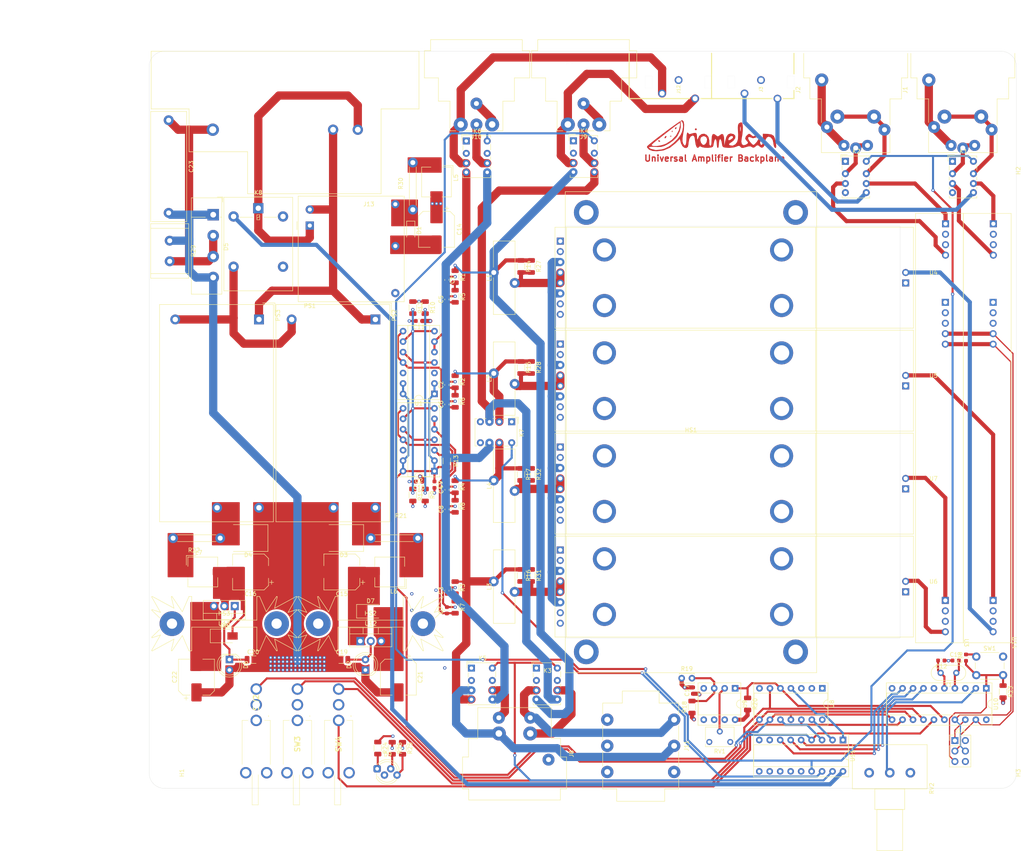
<source format=kicad_pcb>
(kicad_pcb (version 20211014) (generator pcbnew)
  (layers (0 "F.Cu" signal) (1 "In1.Cu" power) (2 "In2.Cu" power) (31 "B.Cu" signal) (34 "B.Paste" user) (35 "F.Paste" user) (36 "B.SilkS" user "B.Silkscreen") (37 "F.SilkS" user "F.Silkscreen") (38 "B.Mask" user) (39 "F.Mask" user) (44 "Edge.Cuts" user))
  (net 0 "")
  (net 1 "GND")
  (net 2 "Net-(C1-Pad1)")
  (net 3 "GNDPWR")
  (net 4 "Net-(C2-Pad1)")
  (net 5 "VEE")
  (net 6 "VCC")
  (net 7 "Net-(C3-Pad1)")
  (net 8 "Net-(C4-Pad1)")
  (net 9 "Net-(C5-Pad1)")
  (net 10 "Net-(C6-Pad1)")
  (net 11 "Net-(C7-Pad1)")
  (net 12 "/DC_Offset")
  (net 13 "+5V")
  (net 14 "GND1")
  (net 15 "Net-(C12-Pad2)")
  (net 16 "/Reset")
  (net 17 "Net-(D1-Pad1)")
  (net 18 "Net-(D3-Pad1)")
  (net 19 "Net-(D4-Pad2)")
  (net 20 "/L+_XLR_In")
  (net 21 "/L-_XLR_In")
  (net 22 "/R+_XLR_In")
  (net 23 "/R-_XLR_In")
  (net 24 "/L_RCA_In")
  (net 25 "/R_RCA_In")
  (net 26 "/L+_HP_Relay")
  (net 27 "/L-_HP_Relay")
  (net 28 "/R+_HP_Relay")
  (net 29 "/R-_HP_Relay")
  (net 30 "/L+_Pre_Relay")
  (net 31 "/L-_Pre_Relay")
  (net 32 "/R+_Pre_Relay")
  (net 33 "/R-_Pre_Relay")
  (net 34 "/Input_Mode_Relay")
  (net 35 "/L+_Out")
  (net 36 "/L-_Out")
  (net 37 "/HP_Relay")
  (net 38 "/Pre_Relay")
  (net 39 "/R+_Out")
  (net 40 "/R-_Out")
  (net 41 "Net-(K8-Pad3)")
  (net 43 "/Power_Relay")
  (net 44 "Net-(L6-Pad1)")
  (net 45 "Net-(L7-Pad1)")
  (net 46 "Net-(R9-Pad1)")
  (net 47 "Net-(R11-Pad1)")
  (net 48 "/Overheat")
  (net 49 "/Input")
  (net 50 "/Standby")
  (net 51 "Net-(RV1-Pad2)")
  (net 52 "/ADC")
  (net 53 "/HP_Out")
  (net 54 "Net-(U11-Pad1)")
  (net 55 "/Pre_Out")
  (net 56 "/R")
  (net 57 "/G")
  (net 58 "/B")
  (net 59 "Net-(C8-Pad1)")
  (net 61 "/MISO")
  (net 67 "Net-(J2-Pad1)")
  (net 68 "Net-(J9-Pad1)")
  (net 69 "Net-(C13-Pad2)")
  (net 70 "Net-(C15-Pad1)")
  (net 71 "Net-(C16-Pad2)")
  (net 72 "/MOSI")
  (net 73 "/SCK")
  (net 74 "Net-(R18-Pad2)")
  (net 75 "Net-(R25-Pad1)")
  (net 79 "Net-(J10-Pad1)")
  (net 80 "Net-(D9-Pad1)")
  (net 81 "Net-(D9-Pad3)")
  (net 82 "Net-(C19-Pad2)")
  (net 83 "Net-(C20-Pad1)")
  (net 84 "Net-(J13-PadL)")
  (net 85 "Net-(J13-PadN)")
  (net 86 "Net-(L1-Pad1)")
  (net 87 "Net-(L2-Pad1)")
  (net 88 "Net-(L3-Pad1)")
  (net 89 "Net-(L4-Pad1)")
  (net 90 "Net-(K1-Pad3)")
  (net 91 "Net-(K1-Pad6)")
  (net 92 "Net-(K2-Pad3)")
  (net 93 "Net-(K2-Pad6)")
  (net 94 "Net-(D9-Pad4)")
  (net 95 "Net-(J1-Pad1)")
  (net 96 "Net-(R26-Pad1)")
  (net 97 "Net-(U3-Pad1)")
  (net 98 "Net-(U3-Pad4)")
  (net 99 "Net-(L5-Pad1)")
  (net 100 "Net-(U14-Pad1)")
  (net 101 "Net-(U14-Pad4)")
  (net 102 "Net-(U11-Pad3)")
  (net 103 "Net-(U11-Pad2)")
  (net 104 "Net-(R24-Pad1)")
  (net 107 "/L-_Out_Relay")
  (net 108 "/R-_Out_Relay")
  (footprint "MountingHole:MountingHole_3.2mm_M3" (layer "F.Cu") (at 16.1925 196.5 -90)
    (fp_text reference "H1")
    (fp_text value "M3")
  )
  (footprint "Capacitor_SMD:CP_Elec_8x10.5" (layer "F.Cu") (at 37.065 147.700997 180)
    (fp_text reference "C16")
    (fp_text value "470u")
  )
  (footprint "Backplane:L_TDK_SLF7032" (layer "F.Cu") (at 82.1925 53 -90)
    (fp_text reference "L5")
    (fp_text value "100u")
  )
  (footprint "Resistor_SMD:R_1206_3216Metric" (layer "F.Cu") (at 71.4425 190.5 -90)
    (fp_text reference "R26")
    (fp_text value "330")
  )
  (footprint "Backplane:Amp_Module" (layer "F.Cu") (at 197.9475 101.27)
    (fp_text reference "U5")
    (fp_text value "Amp_Module")
  )
  (footprint "Resistor_SMD:R_1206_3216Metric" (layer "F.Cu") (at 86.7125 101.5 -90)
    (fp_text reference "R2")
    (fp_text value "100k")
  )
  (footprint "Package_DIP:DIP-18_W7.62mm_Socket" (layer "F.Cu") (at 180.8425 188.5 -90)
    (fp_text reference "U11")
    (fp_text value "ULN2803A")
  )
  (footprint "Resistor_SMD:R_1206_3216Metric" (layer "F.Cu") (at 86.7125 151.5 -90)
    (fp_text reference "R3")
    (fp_text value "100k")
  )
  (footprint "Capacitor_SMD:C_0603_1608Metric" (layer "F.Cu") (at 84.748896 127.75 90)
    (fp_text reference "C4")
    (fp_text value "1u")
  )
  (footprint "Capacitor_SMD:C_0603_1608Metric" (layer "F.Cu") (at 84.7125 107.025 90)
    (fp_text reference "C6")
    (fp_text value "1u")
  )
  (footprint "Resistor_SMD:R_1206_3216Metric" (layer "F.Cu") (at 102.6925 124 -90)
    (fp_text reference "R17")
    (fp_text value "22")
  )
  (footprint "Backplane:L_Toroid_D15mm_W4mm" (layer "F.Cu") (at 98.630419 100.75 90)
    (fp_text reference "L2")
    (fp_text value "31 turns")
  )
  (footprint "Capacitor_SMD:C_0603_1608Metric" (layer "F.Cu") (at 84.7125 157 90)
    (fp_text reference "C7")
    (fp_text value "1u")
  )
  (footprint "Capacitor_SMD:C_0603_1608Metric" (layer "F.Cu") (at 204.6925 169.2 180)
    (fp_text reference "C12")
    (fp_text value "20p")
  )
  (footprint "Backplane:Converter_ACDC_RECOM_RAC05-xxSK_THT" (layer "F.Cu") (at 51.4425 63.58 180)
    (fp_text reference "PS1")
    (fp_text value "RAC05-05SK")
  )
  (footprint "Backplane:Amp_Module" (layer "F.Cu") (at 197.9425 126.27)
    (fp_text reference "U7")
    (fp_text value "Amp_Module")
  )
  (footprint "Backplane:L_Toroid_D15mm_W4mm" (layer "F.Cu") (at 98.625419 151.25 90)
    (fp_text reference "L3")
    (fp_text value "31 turns")
  )
  (footprint "Capacitor_SMD:C_0603_1608Metric" (layer "F.Cu") (at 210.6925 168.5 90)
    (fp_text reference "C18")
    (fp_text value "1u")
  )
  (footprint "Relay_THT:Relay_DPDT_Omron_G6K-2P-Y" (layer "F.Cu") (at 90.67 171.0425)
    (fp_text reference "K5")
    (fp_text value "G6K-2")
  )
  (footprint "Resistor_SMD:R_1206_3216Metric" (layer "F.Cu") (at 144.1925 180.5 90)
    (fp_text reference "R18")
    (fp_text value "50k")
  )
  (footprint "Connector_PinHeader_2.54mm:PinHeader_2x03_P2.54mm_Vertical" (layer "F.Cu") (at 208.0025 188.64)
    (fp_text reference "J14")
    (fp_text value "ICSP")
  )
  (footprint "LED_THT:LED_D5.0mm-4_RGB_Staggered_Pins" (layer "F.Cu") (at 67.7835 195.49)
    (fp_text reference "D9")
    (fp_text value "Indicator")
  )
  (footprint "Package_TO_SOT_THT:TO-220-3_Vertical" (layer "F.Cu") (at 63.6925 164.485997)
    (fp_text reference "U12")
    (fp_text value "MC7812ACTG")
  )
  (footprint "Resistor_SMD:R_1206_3216Metric" (layer "F.Cu") (at 105.1925 148.5375 -90)
    (fp_text reference "R31")
    (fp_text value "22")
  )
  (footprint "Backplane:Ariamelon_Logo_x3_CU" (layer "F.Cu") (at 148.9425 41.726231)
    (fp_text reference "A1" hide)
    (fp_text value "Art" hide)
  )
  (footprint "Relay_THT:Relay_DPDT_Omron_G6K-2P-Y" (layer "F.Cu") (at 89.42 43.0425)
    (fp_text reference "K6")
    (fp_text value "G6K-2")
  )
  (footprint "Capacitor_THT:C_Rect_L26.5mm_W8.5mm_P22.50mm_MKS4" (layer "F.Cu") (at 17.1925 38 -90)
    (fp_text reference "C23")
    (fp_text value "100n")
  )
  (footprint "Potentiometer_THT:Potentiometer_Bourns_3266W_Vertical" (layer "F.Cu") (at 148.4025 188.975 180)
    (fp_text reference "RV1")
    (fp_text value "10k")
  )
  (footprint "Backplane:Potentiometer_Alps_RK163_Single_Horizontal" (layer "F.Cu") (at 187.1925 200.25 -90)
    (fp_text reference "RV2")
    (fp_text value "10k")
  )
  (footprint "Backplane:OAR1" (layer "F.Cu") (at 66.2275 139.485997)
    (fp_text reference "R21")
    (fp_text value "40m")
  )
  (footprint "Diode_SMD:D_SMA" (layer "F.Cu") (at 30.6925 163.235997)
    (fp_text reference "D8")
    (fp_text value "1N4007")
  )
  (footprint "Backplane:Attenuator" (layer "F.Cu") (at 210.0475 164.884856 -90)
    (fp_text reference "U3")
    (fp_text value "Attenuator")
  )
  (footprint "Capacitor_SMD:CP_Elec_8x10.5" (layer "F.Cu") (at 59.217308 147.700997 180)
    (fp_text reference "C15")
    (fp_text value "470u")
  )
  (footprint "Backplane:Relay_SPDT_Omron-G5LE-1" (layer "F.Cu") (at 38.9425 59.3725)
    (fp_text reference "K8")
    (fp_text value "G5LE-1")
  )
  (footprint "Capacitor_SMD:C_0603_1608Metric" (layer "F.Cu") (at 84.7125 76.775 90)
    (fp_text reference "C1")
    (fp_text value "1u")
  )
  (footprint "Backplane:Amp_Module" (layer "F.Cu") (at 197.9425 151.27)
    (fp_text reference "U6")
    (fp_text value "Amp_Module")
  )
  (footprint "Backplane:Jack_XLR_Neutrik_NC3MAH_Horizontal" (layer "F.Cu") (at 121.6925 21.25 180)
    (fp_text reference "J9")
    (fp_text value "L_Pre_Out")
  )
  (footprint "Package_DIP:DIP-14_W7.62mm_Socket" (layer "F.Cu") (at 175.8175 175.95 -90)
    (fp_text reference "U8")
    (fp_text value "74LS02")
  )
  (footprint "Resistor_SMD:R_1206_3216Metric" (layer "F.Cu") (at 79.447131 129 -90)
    (fp_text reference "R9")
    (fp_text value "100k")
  )
  (footprint "Backplane:Jack_XLR_Neutrik_NC4FAH_Horizontal" (layer "F.Cu") (at 104.9425 200.25 -90)
    (fp_text reference "J8")
    (fp_text value "XLR_Out")
  )
  (footprint "Backplane:Converter_ACDC_Recom_RAC20-xxSK_THT" (layer "F.Cu") (at 67.36 86.378497 -90)
    (fp_text reference "PS2")
    (fp_text value "RAC20-24SK")
  )
  (footprint "Resistor_SMD:R_1206_3216Metric" (layer "F.Cu") (at 86.7125 76 -90)
    (fp_text reference "R1")
    (fp_text value "100k")
  )
  (footprint "Capacitor_THT:C_Disc_D3.4mm_W2.1mm_P2.50mm" (layer "F.Cu") (at 141.6925 173.5)
    (fp_text reference "R19")
    (fp_text value "NTCLE100E3104JB0")
  )
  (footprint "Backplane:Jack_XLR-6.35mm_Neutrik_NCJ6FA-H_Horizontal" (layer "F.Cu") (at 202.9425 21.25 90)
    (fp_text reference "J1")
    (fp_text value "L_XLR_In")
  )
  (footprint "Capacitor_SMD:C_1206_3216Metric" (layer "F.Cu") (at 37.6925 168.985997)
    (fp_text reference "C20")
    (fp_text value "47u")
  )
  (footprint "Capacitor_SMD:C_0603_1608Metric" (layer "F.Cu") (at 77.947131 86.75 180)
    (fp_text reference "C11")
    (fp_text value "1u")
  )
  (footprint "MountingHole:MountingHole_3.2mm_M3" (layer "F.Cu") (at 219.1925 50.25 -90)
    (fp_text reference "H2")
    (fp_text value "M3")
  )
  (footprint "Capacitor_SMD:C_0603_1608Metric" (layer "F.Cu") (at 84.748896 132.5 90)
    (fp_text reference "C8")
    (fp_text value "1u")
  )
  (footprint "Resistor_SMD:R_1206_3216Metric" (layer "F.Cu") (at 73.9425 190.5 -90)
    (fp_text reference "R25")
    (fp_text value "330")
  )
  (footprint "Crystal:Crystal_HC52-6mm_Vertical" (layer "F.Cu") (at 208.3425 172.2 180)
    (fp_text reference "Y1")
    (fp_text value "16M")
  )
  (footprint "Resistor_SMD:R_1206_3216Metric" (layer "F.Cu") (at 67.9425 190.458 -90)
    (fp_text reference "R24")
    (fp_text value "330")
  )
  (footprint "Backplane:HAF-10L" (layer "F.Cu") (at 143.9425 113.75)
    (fp_text reference "HS1")
    (fp_text value "HAF-10L")
  )
  (footprint "Backplane:L_TDK_SLF7032" (layer "F.Cu") (at 70.8325 147.700997 180)
    (fp_text reference "L6")
    (fp_text value "100u")
  )
  (footprint "Capacitor_SMD:C_0603_1608Metric" (layer "F.Cu") (at 144.4425 176.5 90)
    (fp_text reference "C17")
    (fp_text value "1u")
  )
  (footprint "Capacitor_SMD:C_0603_1608Metric" (layer "F.Cu") (at 208.1925 169.2)
    (fp_text reference "C13")
    (fp_text value "20p")
  )
  (footprint "Resistor_SMD:R_1206_3216Metric" (layer "F.Cu") (at 86.7125 127 -90)
    (fp_text reference "R4")
    (fp_text value "100k")
  )
  (footprint "Backplane:100SP1T2B4M7RE" (layer "F.Cu") (at 38.4425 183.7485 90)
    (fp_text reference "SW2")
    (fp_text value "Input mode" hide)
  )
  (footprint "Diode_SMD:D_SMA" (layer "F.Cu") (at 66.1925 157.235997)
    (fp_text reference "D7")
    (fp_text value "1N4007")
  )
  (footprint "Backplane:Heatsink_Fischer_SK104-STC-STIC_35x13mm_2xDrill2.5mm" (layer "F.Cu") (at 30.6925 160.25)
    (fp_text reference "HS3")
    (fp_text value "SK104")
  )
  (footprint "Resistor_SMD:R_1206_3216Metric" (layer "F.Cu") (at 102.6925 98.0375 -90)
    (fp_text reference "R15")
    (fp_text value "22")
  )
  (footprint "Resistor_SMD:R_1206_3216Metric" (layer "F.Cu") (at 84.6925 120.75 -90)
    (fp_text reference "R13")
    (fp_text value "1M")
  )
  (footprint "Package_DIP:DIP-14_W7.62mm_Socket" (layer "F.Cu") (at 81.697131 104.457869 180)
    (fp_text reference "U1")
    (fp_text value "LM339")
  )
  (footprint "Resistor_SMD:R_1206_3216Metric" (layer "F.Cu") (at 86.7125 106.25 -90)
    (fp_text reference "R6")
    (fp_text value "100k")
  )
  (footprint "Backplane:Attenuator" (layer "F.Cu") (at 221.6475 164.884856 -90)
    (fp_text reference "U14")
    (fp_text value "Attenuator")
  )
  (footprint "Relay_THT:Relay_DPDT_Omron_G6K-2P-Y" (layer "F.Cu") (at 106.439778 171.0425)
    (fp_text reference "K3")
    (fp_text value "G6K-2")
  )
  (footprint "Package_TO_SOT_THT:TO-220-3_Vertical" (layer "F.Cu") (at 33.2325 155.985997 180)
    (fp_text reference "U13")
    (fp_text value "MC7912ACTG")
  )
  (footprint "Resistor_SMD:R_1206_3216Metric" (layer "F.Cu") (at 105.1925 98.0375 -90)
    (fp_text reference "R28")
    (fp_text value "22")
  )
  (footprint "Resistor_SMD:R_1206_3216Metric" (layer "F.Cu") (at 86.7125 80.75 -90)
    (fp_text reference "R5")
    (fp_text value "100k")
  )
  (footprint "Relay_THT:Relay_DPDT_Omron_G6K-2P-Y" (layer "F.Cu") (at 100.4425 111.2275 -90)
    (fp_text reference "K7")
    (fp_text value "G6K-2")
  )
  (footprint "Resistor_SMD:R_1206_3216Metric" (layer "F.Cu") (at 76.447131 129 -90)
    (fp_text reference "R11")
    (fp_text value "100k")
  )
  (footprint "Relay_THT:Relay_DPDT_Omron_G6K-2P-Y" (layer "F.Cu") (at 181.42 47.975036)
    (fp_text reference "K2")
    (fp_text value "G6K-2")
  )
  (footprint "Backplane:Amp_Module" (layer "F.Cu") (at 197.9475 76.27)
    (fp_text reference "U4")
    (fp_text value "Amp_Module")
  )
  (footprint "Capacitor_SMD:C_0603_1608Metric" (layer "F.Cu") (at 84.7125 81.525 90)
    (fp_text reference "C5")
    (fp_text value "1u")
  )
  (footprint "Resistor_SMD:R_1206_3216Metric" (layer "F.Cu") (at 86.7125 131.75 -90)
    (fp_text reference "R8")
    (fp_text value "100k")
  )
  (footprint "Backplane:RCJ-2221" (layer "F.Cu") (at 140.9425 21.25 -90)
    (fp_text reference "J12")
    (fp_text value "RCA_Pre_Out")
    (fp_line (start 8.999 -8.1) (end 8.999 -6.4) (layer "Edge.Cuts") (width 0.01))
    (fp_line (start 8.999 8.101) (end 8.999 6.4) (layer "Edge.Cuts") (width 0.01))
    (fp_line (start 6 6.4) (end 6 8.101) (layer "Edge.Cuts") (width 0.01))
    (fp_line (start 8.999 6.4) (end 6 6.4) (layer "Edge.Cuts") (width 0.01))
    (fp_line (start 6 -8.1) (end 8.999 -8.1) (layer "Edge.Cuts") (width 0.01))
    (fp_line (start 6 -6.4) (end 6 -8.1) (layer "Edge.Cuts") (width 0.01))
    (fp_line (start 8.999 -6.4) (end 6 -6.4) (layer "Edge.Cuts") (width 0.01))
    (fp_line (start 6 8.101) (end 8.999 8.101) (layer "Edge.Cuts") (width 0.01))
  )
  (footprint "Relay_THT:Relay_DPDT_Omron_G6K-2P-Y" (layer "F.Cu") (at 115.42 43)
    (fp_text reference "K4")
    (fp_text value "G6K-2")
  )
  (footprint "Backplane:Jack_XLR-6.35mm_Neutrik_NCJ6FA-H_Horizontal" (layer "F.Cu") (at 176.9425 21.25 90)
    (fp_text reference "J2")
    (fp_text value "R_XLR_In")
  )
  (footprint "Resistor_SMD:R_1206_3216Metric" (layer "F.Cu") (at 219.6925 176.75 -90)
    (fp_text reference "R23")
    (fp_text value "10k")
  )
  (footprint "Button_Switch_THT:SW_PUSH_6mm" (layer "F.Cu") (at 213.1925 168.25)
    (fp_text reference "SW1")
    (fp_text value "Reset")
  )
  (footprint "Backplane:SCHURTER_DD21.0121.1111" (layer "F.Cu") (at 45.4425 21.25 180)
    (fp_text reference "J13")
    (fp_text value "DD21.0121.1111")
  )
  (footprint "Capacitor_SMD:C_1206_3216Metric" (layer "F.Cu") (at 59.1925 168.985997)
    (fp_text reference "C19")
    (fp_text value "47u")
  )
  (footprint "Resistor_SMD:R_1206_3216Metric" (layer "F.Cu") (at 105.1925 73.5 -90)
    (fp_text reference "R27")
    (fp_text value "22")
  )
  (footprint "Backplane:Jack_6.35mm_Neutrik_NMJ6HCD2_Horizontal" (layer "F.Cu") (at 139.865518 200.265 -90)
    (fp_text reference "J11")
    (fp_text value "TRS_Out")
  )
  (footprint "Capacitor_SMD:C_0603_1608Metric" (layer "F.Cu") (at 77.947131 125.75 180)
    (fp_text reference "C10")
    (fp_text value "1u")
  )
  (footprint "Capacitor_SMD:C_0603_1608Metric" (layer "F.Cu") (at 84.7125 152.25 90)
    (fp_text reference "C3")
    (fp_text value "1u")
  )
  (footprint "MountingHole:MountingHole_3.2mm_M3" (layer "F.Cu") (at 219.1925 196.5 -90)
    (fp_text reference "H3")
    (fp_text value "M3")
  )
  (footprint "Diode_SMD:D_SMC" (layer "F.Cu") (at 36.4825 139.450997 180)
    (fp_text reference "D4")
    (fp_text value "15V")
  )
  (footprint "Resistor_SMD:R_1206_3216Metric" (layer "F.Cu") (at 105.1925 124 -90)
    (fp_text reference "R32")
    (fp_text value "22")
  )
  (footprint "Backplane:OAR1" (layer "F.Cu") (at 29.6975 139.485997 180)
    (fp_text reference "R22")
    (fp_text value "40m")
  )
  (footprint "Resistor_SMD:R_1206_3216Metric" (layer "F.Cu") (at 76.447131 83.5 -90)
    (fp_text reference "R12")
    (fp_text value "470")
  )
  (footprint "Package_DIP:DIP-8_W7.62mm_Socket" (layer "F.Cu") (at 154.6685 175.95 -90)
    (fp_text reference "U9")
    (fp_text value "LM393")
  )
  (footprint "Backplane:L_Toroid_D15mm_W4mm" (layer "F.Cu") (at 98.630419 76.25 90)
    (fp_text reference "L1")
    (fp_text value "31 turns")
  )
  (footprint "Diode_THT:Diode_Bridge_Vishay_KBU" (layer "F.Cu") (at 28 60.9425 -90)
    (fp_text reference "D5")
    (fp_text value "KBU8M")
  )
  (footprint "Backplane:Converter_ACDC_Recom_RAC20-xxSK_THT" (layer "F.Cu") (at 39.11 86.378497 -90)
    (fp_text reference "PS3")
    (fp_text value "RAC20-24SK")
  )
  (footprint "Resistor_SMD:R_1206_3216Metric" (layer "F.Cu") (at 79.447131 83.5 -90)
    (fp_text reference "R10")
    (fp_text value "470")
  )
  (footprint "Diode_SMD:D_SOD-123" (layer "F.Cu") (at 75.9425 64.75 -90)
    (fp_text reference "D1")
    (fp_text value "5V")
  )
  (footprint "Backplane:100SP1T2B4M7RE" (layer "F.Cu") (at 48.4425 183.7485 90)
    (fp_text reference "SW3")
    (fp_text value "Standby" hide)
  )
  (footprint "Backplane:100SP1T2B4M7RE" (layer "F.Cu") (at 58.4425 183.7485 90)
    (fp_text reference "SW4")
    (fp_text value "Output mode" hide)
  )
  (footprint "Backplane:OAR1" (layer "F.Cu") (at 76.4425 59.715 90)
    (fp_text reference "R30")
    (fp_text value "40m")
  )
  (footprint "Resistor_THT:R_Radial_Power_L13.0mm_W9.0mm_P5.00mm" (layer "F.Cu") (at 17.4425 67.25 -90)
    (fp_text reference "R29")
    (fp_text value "1M")
  )
  (footprint "Backplane:Heatsink_Fischer_SK104-STC-STIC_35x13mm_2xDrill2.5mm" (layer "F.Cu") (at 66.1925 160.25)
    (fp_text reference "HS2")
    (fp_text value "SK104")
  )
  (footprint "Diode_SMD:D_SMC" (layer "F.Cu") (at 59.6925 139.450997 180)
    (fp_text reference "D3")
    (fp_text value "15V")
  )
  (footprint "Capacitor_SMD:C_0603_1608Metric" (layer "F.Cu") (at 84.7125 102.275 90)
    (fp_text reference "C2")
    (fp_text value "1u")
  )
  (footprint "Backplane:L_Toroid_D15mm_W4mm" (layer "F.Cu") (at 98.625419 126.75 90)
    (fp_text reference "L4")
    (fp_text value "31 turns")
  )
  (footprint "Capacitor_SMD:CP_Elec_8x10.5" (layer "F.Cu") (at 23.9425 173.235997 90)
    (fp_text reference "C22")
    (fp_text value "470u")
  )
  (footprint "Relay_THT:Relay_DPDT_Omron_G6K-2P-Y" (layer "F.Cu") (at 207.42 47.975036)
    (fp_text reference "K1")
    (fp_text value "G6K-2")
  )
  (footprint "Resistor_SMD:R_1206_3216Metric" (layer "F.Cu") (at 157.6925 179.75 -90)
    (fp_text reference "R20")
    (fp_text value "10k")
  )
  (footprint "Backplane:L_TDK_SLF7032" (layer "F.Cu") (at 25.4825 147.700997)
    (fp_text reference "L7")
    (fp_text value "100u")
  )
  (footprint "Capacitor_SMD:C_0603_1608Metric" (layer "F.Cu") (at 81.697131 126.5 -90)
    (fp_text reference "C9")
    (fp_text value "1u")
  )
  (footprint "Package_DIP:DIP-14_W7.62mm_Socket" (layer "F.Cu") (at 81.697131 123.207869 180)
    (fp_text reference "U2")
    (fp_text value "LM339")
  )
  (footprint "LED_THT:LED_D5.0mm" (layer "F.Cu") (at 64.9425 171.510997 90)
    (fp_text reference "D2")
    (fp_text value "Green")
  )
  (footprint "Backplane:Jack_XLR_Neutrik_NC3MAH_Horizontal" (layer "F.Cu") (at 95.6925 21.25 180)
    (fp_text reference "J10")
    (fp_text value "R_Pre_Out")
  )
  (footprint "LED_THT:LED_D5.0mm" (layer "F.Cu") (at 31.9425 168.960997 -90)
    (fp_text reference "D6")
    (fp_text value "Green")
  )
  (footprint "Backplane:RCJ-2221" (layer "F.Cu") (at 160.9425 21.25 -90)
    (fp_text reference "J3")
    (fp_text value "RCA_In")
    (fp_line (start 6 8.101) (end 8.999 8.101) (layer "Edge.Cuts") (width 0.01))
    (fp_line (start 6 6.4) (end 6 8.101) (layer "Edge.Cuts") (width 0.01))
    (fp_line (start 6 -6.4) (end 6 -8.1) (layer "Edge.Cuts") (width 0.01))
    (fp_line (start 8.999 6.4) (end 6 6.4) (layer "Edge.Cuts") (width 0.01))
    (fp_line (start 8.999 -6.4) (end 6 -6.4) (layer "Edge.Cuts") (width 0.01))
    (fp_line (start 8.999 8.101) (end 8.999 6.4) (layer "Edge.Cuts") (width 0.01))
    (fp_line (start 8.999 -8.1) (end 8.999 -6.4) (layer "Edge.Cuts") (width 0.01))
    (fp_line (start 6 -8.1) (end 8.999 -8.1) (layer "Edge.Cuts") (width 0.01))
  )
  (footprint "Capacitor_SMD:CP_Elec_8x10.5" (layer "F.Cu") (at 82.1925 64.5 -90)
    (fp_text reference "C14")
    (fp_text value "470u")
  )
  (footprint "Resistor_SMD:R_1206_3216Metric" (layer "F.Cu") (at 102.6925 148.5375 -90)
    (fp_text reference "R16")
    (fp_text value "22")
  )
  (footprint "Resistor_SMD:R_1206_3216Metric" (layer "F.Cu") (at 102.6925 73.5 -90)
    (fp_text reference "R14")
    (fp_text value "22")
  )
  (footprint "Package_DIP:DIP-20_W7.62mm_Socket" (layer "F.Cu") (at 215.6175 175.95 -90)
    (fp_text reference "U10")
    (fp_text value "ATtiny2313A-P")
  )
  (footprint "Capacitor_SMD:CP_Elec_8x10.5" (layer "F.Cu") (at 72.9425 173.235997 -90)
    (fp_text reference "C21")
    (fp_text value "470u")
  )
  (footprint "Resistor_SMD:R_1206_3216Metric" (layer "F.Cu") (at 86.7125 156.25 -90)
    (fp_text reference "R7")
    (fp_text value "100k")
  )
  (gr_line (start 219.1925 21.25) (end 16.1925 21.25) (layer "Edge.Cuts") (width 0.05))
  (gr_arc (start 219.1925 21.25) (mid 221.84415 22.34835) (end 222.9425 25) (layer "Edge.Cuts") (width 0.05))
  (gr_line (start 16.1925 200.25) (end 219.1925 200.25) (layer "Edge.Cuts") (width 0.05))
  (gr_arc (start 16.1925 200.25) (mid 13.54085 199.15165) (end 12.4425 196.5) (layer "Edge.Cuts") (width 0.05))
  (gr_rect (start 113.4425 63.75) (end 194.6925 163.75) (layer "Edge.Cuts") (width 0.05) (fill none))
  (gr_line (start 12.4425 25) (end 12.4425 196.5) (layer "Edge.Cuts") (width 0.05))
  (gr_line (start 222.9425 196.5) (end 222.9425 25) (layer "Edge.Cuts") (width 0.05))
  (gr_arc (start 222.9425 196.5) (mid 221.84415 199.15165) (end 219.1925 200.25) (layer "Edge.Cuts") (width 0.05))
  (gr_arc (start 12.4425 25) (mid 13.54085 22.34835) (end 16.1925 21.25) (layer "Edge.Cuts") (width 0.05))
  (gr_text "Universal Amplifier Backplane" (at 149.6925 47.25) (layer "F.Cu") (effects (font (size 1.5 1.5) (thickness 0.3))))
  (segment (start 84.748896 126.975) (end 86.6875 126.975) (width 0.5) (layer "F.Cu") (net 1))
  (segment (start 31.9425 175) (end 31.9425 171.500997) (width 2) (layer "F.Cu") (net 1))
  (segment (start 84.7125 156.225) (end 86.6875 156.225) (width 0.5) (layer "F.Cu") (net 1))
  (segment (start 79.447131 82.0375) (end 77.984631 82.0375) (width 0.5) (layer "F.Cu") (net 1))
  (segment (start 84.7125 76) (end 86.7125 76) (width 0.5) (layer "F.Cu") (net 1))
  (segment (start 83.78798 152.39952) (end 84.7125 151.475) (width 0.5) (layer "F.Cu") (net 1))
  (segment (start 76.447131 82.0375) (end 77.909631 82.0375) (width 0.5) (layer "F.Cu") (net 1))
  (segment (start 83.78798 155.30048) (end 83.78798 152.39952) (width 0.5) (layer "F.Cu") (net 1))
  (segment (start 86.6875 131.725) (end 86.7125 131.75) (width 0.5) (layer "F.Cu") (net 1))
  (segment (start 64.9425 174) (end 64.9425 171.510997) (width 2) (layer "F.Cu") (net 1))
  (segment (start 72.9425 176.935997) (end 67.878497 176.935997) (width 2) (layer "F.Cu") (net 1))
  (segment (start 84.7125 156.225) (end 83.78798 155.30048) (width 0.5) (layer "F.Cu") (net 1))
  (segment (start 84.748896 131.725) (end 86.6875 131.725) (width 0.5) (layer "F.Cu") (net 1))
  (segment (start 77.909631 82.0375) (end 77.947131 82) (width 0.5) (layer "F.Cu") (net 1))
  (segment (start 84.7125 101.5) (end 86.7125 101.5) (width 0.5) (layer "F.Cu") (net 1))
  (segment (start 86.6875 126.975) (end 86.7125 127) (width 0.5) (layer "F.Cu") (net 1))
  (segment (start 84.7125 80.75) (end 86.7125 80.75) (width 0.5) (layer "F.Cu") (net 1))
  (segment (start 86.6875 151.475) (end 86.7125 151.5) (width 0.5) (layer "F.Cu") (net 1))
  (segment (start 77.984631 82.0375) (end 77.947131 82) (width 0.5) (layer "F.Cu") (net 1))
  (segment (start 81.697131 127.275) (end 81.697131 128.5) (width 0.5) (layer "F.Cu") (net 1))
  (segment (start 30.006503 176.935997) (end 31.9425 175) (width 2) (layer "F.Cu") (net 1))
  (segment (start 84.7125 151.475) (end 86.6875 151.475) (width 0.5) (layer "F.Cu") (net 1))
  (segment (start 84.7125 106.25) (end 86.7125 106.25) (width 0.5) (layer "F.Cu") (net 1))
  (segment (start 23.9425 176.935997) (end 30.006503 176.935997) (width 2) (layer "F.Cu") (net 1))
  (segment (start 67.878497 176.935997) (end 64.9425 174) (width 2) (layer "F.Cu") (net 1))
  (segment (start 86.6875 156.225) (end 86.7125 156.25) (width 0.5) (layer "F.Cu") (net 1))
  (via (at 44.9425 168.485997) (size 0.8) (drill 0.4) (layers "F.Cu" "B.Cu") (net 1))
  (via (at 53.9425 171.485997) (size 0.8) (drill 0.4) (layers "F.Cu" "B.Cu") (net 1))
  (via (at 46.9425 170.485997) (size 0.8) (drill 0.4) (layers "F.Cu" "B.Cu") (net 1))
  (via (at 49.9425 169.485997) (size 0.8) (drill 0.4) (layers "F.Cu" "B.Cu") (net 1))
  (via (at 50.9425 171.485997) (size 0.8) (drill 0.4) (layers "F.Cu" "B.Cu") (net 1))
  (via (at 52.9425 169.485997) (size 0.8) (drill 0.4) (layers "F.Cu" "B.Cu") (net 1))
  (via (at 51.9425 171.485997) (size 0.8) (drill 0.4) (layers "F.Cu" "B.Cu") (net 1))
  (via (at 52.9425 170.485997) (size 0.8) (drill 0.4) (layers "F.Cu" "B.Cu") (net 1))
  (via (at 48.9425 170.485997) (size 0.8) (drill 0.4) (layers "F.Cu" "B.Cu") (net 1))
  (via (at 86.7125 76) (size 0.8) (drill 0.4) (layers "F.Cu" "B.Cu") (net 1))
  (via (at 86.7125 151.5) (size 0.8) (drill 0.4) (layers "F.Cu" "B.Cu") (net 1))
  (via (at 86.7125 101.5) (size 0.8) (drill 0.4) (layers "F.Cu" "B.Cu") (net 1))
  (via (at 54.9425 169.485997) (size 0.8) (drill 0.4) (layers "F.Cu" "B.Cu") (net 1))
  (via (at 41.9425 169.485997) (size 0.8) (drill 0.4) (layers "F.Cu" "B.Cu") (net 1))
  (via (at 48.9425 169.485997) (size 0.8) (drill 0.4) (layers "F.Cu" "B.Cu") (net 1))
  (via (at 86.7125 131.75) (size 0.8) (drill 0.4) (layers "F.Cu" "B.Cu") (net 1))
  (via (at 47.9425 169.485997) (size 0.8) (drill 0.4) (layers "F.Cu" "B.Cu") (net 1))
  (via (at 51.9425 168.485997) (size 0.8) (drill 0.4) (layers "F.Cu" "B.Cu") (net 1))
  (via (at 46.9425 171.485997) (size 0.8) (drill 0.4) (layers "F.Cu" "B.Cu") (net 1))
  (via (at 86.7125 156.25) (size 0.8) (drill 0.4) (layers "F.Cu" "B.Cu") (net 1))
  (via (at 42.9425 170.485997) (size 0.8) (drill 0.4) (layers "F.Cu" "B.Cu") (net 1))
  (via (at 42.9425 168.485997) (size 0.8) (drill 0.4) (layers "F.Cu" "B.Cu") (net 1))
  (via (at 46.9425 168.485997) (size 0.8) (drill 0.4) (layers "F.Cu" "B.Cu") (net 1))
  (via (at 46.9425 169.485997) (size 0.8) (drill 0.4) (layers "F.Cu" "B.Cu") (net 1))
  (via (at 50.9425 169.485997) (size 0.8) (drill 0.4) (layers "F.Cu" "B.Cu") (net 1))
  (via (at 42.9425 171.485997) (size 0.8) (drill 0.4) (layers "F.Cu" "B.Cu") (net 1))
  (via (at 53.9425 168.485997) (size 0.8) (drill 0.4) (layers "F.Cu" "B.Cu") (net 1))
  (via (at 47.9425 171.485997) (size 0.8) (drill 0.4) (layers "F.Cu" "B.Cu") (net 1))
  (via (at 49.9425 170.485997) (size 0.8) (drill 0.4) (layers "F.Cu" "B.Cu") (net 1))
  (via (at 45.9425 169.485997) (size 0.8) (drill 0.4) (layers "F.Cu" "B.Cu") (net 1))
  (via (at 50.9425 168.485997) (size 0.8) (drill 0.4) (layers "F.Cu" "B.Cu") (net 1))
  (via (at 54.9425 170.485997) (size 0.8) (drill 0.4) (layers "F.Cu" "B.Cu") (net 1))
  (via (at 49.9425 168.485997) (size 0.8) (drill 0.4) (layers "F.Cu" "B.Cu") (net 1))
  (via (at 52.9425 171.485997) (size 0.8) (drill 0.4) (layers "F.Cu" "B.Cu") (net 1))
  (via (at 44.9425 171.485997) (size 0.8) (drill 0.4) (layers "F.Cu" "B.Cu") (net 1))
  (via (at 81.697131 128.5) (size 0.8) (drill 0.4) (layers "F.Cu" "B.Cu") (net 1))
  (via (at 44.9425 170.485997) (size 0.8) (drill 0.4) (layers "F.Cu" "B.Cu") (net 1))
  (via (at 47.9425 168.485997) (size 0.8) (drill 0.4) (layers "F.Cu" "B.Cu") (net 1))
  (via (at 51.9425 170.485997) (size 0.8) (drill 0.4) (layers "F.Cu" "B.Cu") (net 1))
  (via (at 41.9425 170.485997) (size 0.8) (drill 0.4) (layers "F.Cu" "B.Cu") (net 1))
  (via (at 86.7125 127) (size 0.8) (drill 0.4) (layers "F.Cu" "B.Cu") (net 1))
  (via (at 41.9425 171.485997) (size 0.8) (drill 0.4) (layers "F.Cu" "B.Cu") (net 1))
  (via (at 47.9425 170.485997) (size 0.8) (drill 0.4) (layers "F.Cu" "B.Cu") (net 1))
  (via (at 50.9425 170.485997) (size 0.8) (drill 0.4) (layers "F.Cu" "B.Cu") (net 1))
  (via (at 45.9425 168.485997) (size 0.8) (drill 0.4) (layers "F.Cu" "B.Cu") (net 1))
  (via (at 43.9425 169.485997) (size 0.8) (drill 0.4) (layers "F.Cu" "B.Cu") (net 1))
  (via (at 53.9425 170.485997) (size 0.8) (drill 0.4) (layers "F.Cu" "B.Cu") (net 1))
  (via (at 45.9425 171.485997) (size 0.8) (drill 0.4) (layers "F.Cu" "B.Cu") (net 1))
  (via (at 54.9425 168.485997) (size 0.8) (drill 0.4) (layers "F.Cu" "B.Cu") (net 1))
  (via (at 49.9425 171.485997) (size 0.8) (drill 0.4) (layers "F.Cu" "B.Cu") (net 1))
  (via (at 43.9425 170.485997) (size 0.8) (drill 0.4) (layers "F.Cu" "B.Cu") (net 1))
  (via (at 77.947131 82) (size 0.8) (drill 0.4) (layers "F.Cu" "B.Cu") (net 1))
  (via (at 86.7125 80.75) (size 0.8) (drill 0.4) (layers "F.Cu" "B.Cu") (net 1))
  (via (at 86.7125 106.25) (size 0.8) (drill 0.4) (layers "F.Cu" "B.Cu") (net 1))
  (via (at 45.9425 170.485997) (size 0.8) (drill 0.4) (layers "F.Cu" "B.Cu") (net 1))
  (via (at 48.9425 171.485997) (size 0.8) (drill 0.4) (layers "F.Cu" "B.Cu") (net 1))
  (via (at 52.9425 168.485997) (size 0.8) (drill 0.4) (layers "F.Cu" "B.Cu") (net 1))
  (via (at 51.9425 169.485997) (size 0.8) (drill 0.4) (layers "F.Cu" "B.Cu") (net 1))
  (via (at 43.9425 168.485997) (size 0.8) (drill 0.4) (layers "F.Cu" "B.Cu") (net 1))
  (via (at 53.9425 169.485997) (size 0.8) (drill 0.4) (layers "F.Cu" "B.Cu") (net 1))
  (via (at 43.9425 171.485997) (size 0.8) (drill 0.4) (layers "F.Cu" "B.Cu") (net 1))
  (via (at 54.9425 171.485997) (size 0.8) (drill 0.4) (layers "F.Cu" "B.Cu") (net 1))
  (via (at 44.9425 169.485997) (size 0.8) (drill 0.4) (layers "F.Cu" "B.Cu") (net 1))
  (via (at 42.9425 169.485997) (size 0.8) (drill 0.4) (layers "F.Cu" "B.Cu") (net 1))
  (via (at 48.9425 168.485997) (size 0.8) (drill 0.4) (layers "F.Cu" "B.Cu") (net 1))
  (via (at 41.9425 168.485997) (size 0.8) (drill 0.4) (layers "F.Cu" "B.Cu") (net 1))
  (segment (start 22.1925 67) (end 22.1925 74.5) (width 2) (layer "B.Cu") (net 1))
  (segment (start 23.875 76.1825) (end 22.1925 74.5) (width 2) (layer "B.Cu") (net 1))
  (segment (start 28 76.1825) (end 28 109.0575) (width 2) (layer "B.Cu") (net 1))
  (segment (start 110.187989 79.754511) (end 110.187989 72.754511) (width 2) (layer "B.Cu") (net 1))
  (segment (start 21.9425 67.25) (end 22.1925 67) (width 2) (layer "B.Cu") (net 1))
  (segment (start 22.1925 67) (end 22.1925 61) (width 2) (layer "B.Cu") (net 1))
  (segment (start 48.4425 129.5) (end 48.4425 169.25) (width 2) (layer "B.Cu") (net 1))
  (segment (start 110.233478 105.06) (end 110.182989 105.009511) (width 2) (layer "B.Cu") (net 1))
  (segment (start 112.2325 122.44) (end 110.2525 122.44) (width 2) (layer "B.Cu") (net 1))
  (segment (start 110.182989 129.759511) (end 110.182989 147.740489) (width 2) (layer "B.Cu") (net 1))
  (segment (start 110.483478 130.06) (end 110.182989 129.759511) (width 2) (layer "B.Cu") (net 1))
  (segment (start 110.5025 72.44) (end 112.2375 72.44) (width 2) (layer "B.Cu") (net 1))
  (segment (start 112.2375 80.06) (end 110.493478 80.06) (width 2) (layer "B.Cu") (net 1))
  (segment (start 28 60.9425) (end 22.135 60.9425) (width 2) (layer "B.Cu") (net 1))
  (segment (start 110.182989 72.759511) (end 110.182989 105.009511) (width 2) (layer "B.Cu") (net 1))
  (segment (start 110.483478 147.44) (end 110.182989 147.740489) (width 2) (layer "B.Cu") (net 1))
  (segment (start 110.233478 97.44) (end 110.182989 97.490489) (width 2) (layer "B.Cu") (net 1))
  (segment (start 17.635 60.9425) (end 17.1925 60.5) (width 2) (layer "B.Cu") (net 1))
  (segment (start 110.182989 122.509511) (end 110.182989 105.009511) (width 2) (layer "B.Cu") (net 1))
  (segment (start 110.182989 72.759511) (end 110.187989 72.754511) (width 2) (layer "B.Cu") (net 1))
  (segment (start 17.4425 67.25) (end 21.9425 67.25) (width 2) (layer "B.Cu") (net 1))
  (segment (start 112.2325 147.44) (end 110.483478 147.44) (width 2) (layer "B.Cu") (net 1))
  (segment (start 110.187989 72.754511) (end 110.5025 72.44) (width 2) (layer "B.Cu") (net 1))
  (segment (start 110.2525 122.44) (end 110.182989 122.509511) (width 2) (layer "B.Cu") (net 1))
  (segment (start 28 76.1825) (end 23.875 76.1825) (width 2) (layer "B.Cu") (net 1))
  (segment (start 112.2325 130.06) (end 110.483478 130.06) (width 2) (layer "B.Cu") (net 1))
  (segment (start 112.2325 155.06) (end 111.2525 155.06) (width 2) (layer "B.Cu") (net 1))
  (segment (start 112.2375 105.06) (end 110.233478 105.06) (width 2) (layer "B.Cu") (net 1))
  (segment (start 22.1925 61) (end 22.135 60.9425) (width 2) (layer "B.Cu") (net 1))
  (segment (start 110.182989 122.509511) (end 110.182989 129.759511) (width 2) (layer "B.Cu") (net 1))
  (segment (start 22.135 60.9425) (end 17.635 60.9425) (width 2) (layer "B.Cu") (net 1))
  (segment (start 110.493478 80.06) (end 110.187989 79.754511) (width 2) (layer "B.Cu") (net 1))
  (segment (start 28 109.0575) (end 48.4425 129.5) (width 2) (layer "B.Cu") (net 1))
  (segment (start 112.2375 97.44) (end 110.233478 97.44) (width 2) (layer "B.Cu") (net 1))
  (segment (start 110.182989 147.740489) (end 110.182989 153.990489) (width 2) (layer "B.Cu") (net 1))
  (segment (start 111.2525 155.06) (end 110.182989 153.990489) (width 2) (layer "B.Cu") (net 1))
  (segment (start 86.651104 77.4625) (end 86.651104 79.3635) (width 0.5) (layer "F.Cu") (net 2))
  (segment (start 84.676104 77.5) (end 86.613604 77.5) (width 0.5) (layer "F.Cu") (net 2))
  (segment (start 17.4425 72.25) (end 22.4425 72.25) (width 2) (layer "F.Cu") (net 3))
  (segment (start 22.1425 40.3) (end 19.4925 40.3) (width 2) (layer "F.Cu") (net 3))
  (segment (start 28 71.1025) (end 28 66.0225) (width 2) (layer "F.Cu") (net 3))
  (segment (start 19.4925 40.3) (end 17.1925 38) (width 2) (layer "F.Cu") (net 3))
  (segment (start 27.8925 40.3) (end 22.1425 40.3) (width 2) (layer "F.Cu") (net 3))
  (segment (start 22.1425 40.3) (end 22.1425 71.95) (width 2) (layer "F.Cu") (net 3))
  (segment (start 22.1425 71.95) (end 22.4425 72.25) (width 2) (layer "F.Cu") (net 3))
  (segment (start 22.4425 72.25) (end 26.8525 72.25) (width 2) (layer "F.Cu") (net 3))
  (segment (start 26.8525 72.25) (end 28 71.1025) (width 2) (layer "F.Cu") (net 3))
  (segment (start 86.748896 102.9625) (end 84.811396 102.9625) (width 0.5) (layer "F.Cu") (net 4))
  (segment (start 86.748896 102.9625) (end 86.748896 104.7875) (width 0.5) (layer "F.Cu") (net 4))
  (segment (start 76.447131 131.745369) (end 76.4425 131.75) (width 0.5) (layer "F.Cu") (net 5))
  (segment (start 76.447131 130.4625) (end 76.447131 131.745369) (width 0.5) (layer "F.Cu") (net 5))
  (via (at 76.4425 131.75) (size 0.8) (drill 0.4) (layers "F.Cu" "B.Cu") (net 5))
  (segment (start 79.447131 130.4625) (end 79.447131 131.745369) (width 0.5) (layer "F.Cu") (net 6))
  (segment (start 79.447131 131.745369) (end 79.4425 131.75) (width 0.5) (layer "F.Cu") (net 6))
  (via (at 76.1925 153) (size 0.8) (drill 0.4) (layers "F.Cu" "B.Cu") (net 6))
  (via (at 79.4425 131.75) (size 0.8) (drill 0.4) (layers "F.Cu" "B.Cu") (net 6))
  (via (at 76.1925 157) (size 0.8) (drill 0.4) (layers "F.Cu" "B.Cu") (net 6))
  (segment (start 86.748896 152.9625) (end 86.748896 154.7875) (width 0.5) (layer "F.Cu") (net 7))
  (segment (start 86.748896 152.9625) (end 84.811396 152.9625) (width 0.5) (layer "F.Cu") (net 7))
  (segment (start 86.7125 128.4625) (end 86.7125 130.2875) (width 0.5) (layer "F.Cu") (net 8))
  (segment (start 86.7125 128.4625) (end 85.025 128.4625) (width 0.5) (layer "F.Cu") (net 8))
  (segment (start 85.025 128.4625) (end 84.9625 128.525) (width 0.5) (layer "F.Cu") (net 8))
  (segment (start 81.697131 91.757869) (end 81.697131 94.297869) (width 0.5) (layer "F.Cu") (net 9))
  (segment (start 84.651104 88.803896) (end 81.697131 91.757869) (width 0.5) (layer "F.Cu") (net 9))
  (segment (start 84.651104 82.270844) (end 84.651104 88.803896) (width 0.5) (layer "F.Cu") (net 9))
  (segment (start 86.7125 82.2125) (end 84.8 82.2125) (width 0.5) (layer "F.Cu") (net 9))
  (segment (start 72.82762 95.588358) (end 74.077131 96.837869) (width 0.5) (layer "F.Cu") (net 10))
  (segment (start 83.395399 98.698268) (end 82.784511 98.08738) (width 0.5) (layer "F.Cu") (net 10))
  (segment (start 75.326642 98.08738) (end 74.077131 96.837869) (width 0.5) (layer "F.Cu") (net 10))
  (segment (start 83.95724 107.7125) (end 83.395399 107.150659) (width 0.5) (layer "F.Cu") (net 10))
  (segment (start 74.077131 89.217869) (end 72.82762 90.46738) (width 0.5) (layer "F.Cu") (net 10))
  (segment (start 86.748896 107.7125) (end 84.811396 107.7125) (width 0.5) (layer "F.Cu") (net 10))
  (segment (start 86.7125 107.7125) (end 83.95724 107.7125) (width 0.5) (layer "F.Cu") (net 10))
  (segment (start 72.82762 90.46738) (end 72.82762 95.588358) (width 0.5) (layer "F.Cu") (net 10))
  (segment (start 82.784511 98.08738) (end 75.326642 98.08738) (width 0.5) (layer "F.Cu") (net 10))
  (segment (start 83.395399 107.150659) (end 83.395399 98.698268) (width 0.5) (layer "F.Cu") (net 10))
  (segment (start 74.077131 107.967869) (end 72.82762 109.21738) (width 0.5) (layer "F.Cu") (net 11))
  (segment (start 83.000623 125.831147) (end 86.01702 122.81475) (width 0.5) (layer "F.Cu") (net 11))
  (segment (start 86.01702 122.81475) (end 86.01702 118.357028) (width 0.5) (layer "F.Cu") (net 11))
  (segment (start 83.675 157.7125) (end 83.000623 157.038123) (width 0.5) (layer "F.Cu") (net 11))
  (segment (start 84.497372 116.83738) (end 75.326642 116.83738) (width 0.5) (layer "F.Cu") (net 11))
  (segment (start 72.82762 109.21738) (end 72.82762 114.338358) (width 0.5) (layer "F.Cu") (net 11))
  (segment (start 86.7125 157.7125) (end 83.675 157.7125) (width 0.5) (layer "F.Cu") (net 11))
  (segment (start 86.01702 118.357028) (end 84.497372 116.83738) (width 0.5) (layer "F.Cu") (net 11))
  (segment (start 72.82762 114.338358) (end 74.077131 115.587869) (width 0.5) (layer "F.Cu") (net 11))
  (segment (start 83.000623 157.038123) (end 83.000623 125.831147) (width 0.5) (layer "F.Cu") (net 11))
  (segment (start 75.326642 116.83738) (end 74.077131 115.587869) (width 0.5) (layer "F.Cu") (net 11))
  (segment (start 114.232251 190.050481) (end 117.23225 193.05048) (width 0.5) (layer "F.Cu") (net 12))
  (segment (start 154.9425 190.27146) (end 154.9425 189.75) (width 0.5) (layer "F.Cu") (net 12))
  (segment (start 106.40275 190.05048) (end 114.232251 190.050481) (width 0.5) (layer "F.Cu") (net 12))
  (segment (start 81.697131 123.207869) (end 74.077131 123.207869) (width 0.5) (layer "F.Cu") (net 12))
  (segment (start 152.16348 193.05048) (end 154.9425 190.27146) (width 0.5) (layer "F.Cu") (net 12))
  (segment (start 82.6925 122.2125) (end 81.697131 123.207869) (width 0.5) (layer "F.Cu") (net 12))
  (segment (start 74.9425 185.06066) (end 86.83376 196.95192) (width 0.5) (layer "F.Cu") (net 12))
  (segment (start 82.6925 122.2125) (end 84.697131 122.2125) (width 0.5) (layer "F.Cu") (net 12))
  (segment (start 74.077131 123.207869) (end 72.4425 124.8425) (width 0.5) (layer "F.Cu") (net 12))
  (segment (start 72.4425 151.5) (end 74.9425 154) (width 0.5) (layer "F.Cu") (net 12))
  (segment (start 163.1175 183.57) (end 164.367011 182.320489) (width 0.5) (layer "F.Cu") (net 12))
  (segment (start 99.50131 196.95192) (end 106.40275 190.05048) (width 0.5) (layer "F.Cu") (net 12))
  (segment (start 191.507989 182.320489) (end 168.262989 182.320489) (width 0.5) (layer "F.Cu") (net 12))
  (segment (start 164.367011 182.320489) (end 168.262989 182.320489) (width 0.5) (layer "F.Cu") (net 12))
  (segment (start 117.23225 193.05048) (end 152.16348 193.05048) (width 0.5) (layer "F.Cu") (net 12))
  (segment (start 168.1975 183.57) (end 168.1975 182.385978) (width 0.5) (layer "F.Cu") (net 12))
  (segment (start 81.697131 125.725) (end 81.697131 123.207869) (width 0.5) (layer "F.Cu") (net 12))
  (segment (start 74.9425 154) (end 74.9425 185.06066) (width 0.5) (layer "F.Cu") (net 12))
  (segment (start 86.83376 196.95192) (end 99.50131 196.95192) (width 0.5) (layer "F.Cu") (net 12))
  (segment (start 192.7575 183.57) (end 191.507989 182.320489) (width 0.5) (layer "F.Cu") (net 12))
  (segment (start 168.1975 182.385978) (end 168.262989 182.320489) (width 0.5) (layer "F.Cu") (net 12))
  (segment (start 72.4425 124.8425) (end 72.4425 151.5) (width 0.5) (layer "F.Cu") (net 12))
  (via (at 154.9425 189.75) (size 0.8) (drill 0.4) (layers "F.Cu" "B.Cu") (net 12))
  (segment (start 74.077131 104.457869) (end 75.326642 105.70738) (width 0.5) (layer "B.Cu") (net 12))
  (segment (start 80.44762 105.70738) (end 81.697131 104.457869) (width 0.5) (layer "B.Cu") (net 12))
  (segment (start 160.136531 186.550969) (end 163.1175 183.57) (width 0.5) (layer "B.Cu") (net 12))
  (segment (start 81.697131 104.457869) (end 81.697131 101.917869) (width 0.5) (layer "B.Cu") (net 12))
  (segment (start 74.077131 120.667869) (end 74.077131 123.207869) (width 0.5) (layer "B.Cu") (net 12))
  (segment (start 154.9425 189.75) (end 154.9425 189.048609) (width 0.5) (layer "B.Cu") (net 12))
  (segment (start 80.44762 119.418358) (end 81.697131 120.667869) (width 0.5) (layer "B.Cu") (net 12))
  (segment (start 157.44014 186.550969) (end 160.136531 186.550969) (width 0.5) (layer "B.Cu") (net 12))
  (segment (start 154.9425 189.048609) (end 157.44014 186.550969) (width 0.5) (layer "B.Cu") (net 12))
  (segment (start 80.44762 119.418358) (end 80.44762 105.70738) (width 0.5) (layer "B.Cu") (net 12))
  (segment (start 74.077131 101.917869) (end 74.077131 104.457869) (width 0.5) (layer "B.Cu") (net 12))
  (segment (start 81.697131 120.667869) (end 81.697131 123.207869) (width 0.5) (layer "B.Cu") (net 12))
  (segment (start 75.326642 105.70738) (end 75.326642 119.418358) (width 0.5) (layer "B.Cu") (net 12))
  (segment (start 75.326642 119.418358) (end 74.077131 120.667869) (width 0.5) (layer "B.Cu") (net 12))
  (segment (start 78.722131 125.025) (end 78.197131 124.5) (width 1) (layer "F.Cu") (net 13))
  (segment (start 145.818478 177.275) (end 145.992989 177.449511) (width 1) (layer "F.Cu") (net 13))
  (segment (start 84.697131 119.2875) (end 82.856762 119.2875) (width 0.5) (layer "F.Cu") (net 13))
  (segment (start 219.6925 178.2125) (end 219.6925 179.5) (width 1) (layer "F.Cu") (net 13))
  (segment (start 82.856762 119.2875) (end 81.697131 118.127869) (width 0.5) (layer "F.Cu") (net 13))
  (segment (start 78.722131 86.75) (end 80.697131 86.75) (width 1) (layer "F.Cu") (net 13))
  (segment (start 144.4425 177.275) (end 145.818478 177.275) (width 1) (layer "F.Cu") (net 13))
  (segment (start 78.722131 125.75) (end 78.722131 125.025) (width 1) (layer "F.Cu") (net 13))
  (segment (start 144.1925 183) (end 144.6925 183.5) (width 1) (layer "F.Cu") (net 13))
  (segment (start 157.6925 182.5) (end 157.6925 181.2125) (width 1) (layer "F.Cu") (net 13))
  (segment (start 144.1925 181.9625) (end 144.1925 183) (width 1) (layer "F.Cu") (net 13))
  (segment (start 154.6685 183.57) (end 156.6225 183.57) (width 1) (layer "F.Cu") (net 13))
  (segment (start 156.6225 183.57) (end 157.6925 182.5) (width 1) (layer "F.Cu") (net 13))
  (via (at 145.992989 177.449511) (size 0.8) (drill 0.4) (layers "F.Cu" "B.Cu") (net 13))
  (via (at 219.6925 179.5) (size 0.8) (drill 0.4) (layers "F.Cu" "B.Cu") (net 13))
  (via (at 78.197131 124.5) (size 0.8) (drill 0.4) (layers "F.Cu" "B.Cu") (net 13))
  (via (at 144.6925 183.5) (size 0.8) (drill 0.4) (layers "F.Cu" "B.Cu") (net 13))
  (via (at 80.697131 86.75) (size 0.8) (drill 0.4) (layers "F.Cu" "B.Cu") (net 13))
  (via (at 82.1925 58.25) (size 0.8) (drill 0.4) (layers "F.Cu" "B.Cu") (net 13))
  (via (at 82.0675 152.125) (size 0.8) (drill 0.4) (layers "F.Cu" "B.Cu") (net 13))
  (via (at 83.1925 58.25) (size 0.8) (drill 0.4) (layers "F.Cu" "B.Cu") (net 13))
  (via (at 84.1925 171) (size 0.8) (drill 0.4) (layers "F.Cu" "B.Cu") (net 13))
  (via (at 81.1925 58.25) (size 0.8) (drill 0.4) (layers "F.Cu" "B.Cu") (net 13))
  (segment (start 205.4675 169.2) (end 206.3925 169.2) (width 0.5) (layer "F.Cu") (net 14))
  (segment (start 206.4925 169.2) (end 206.4425 169.25) (width 0.5) (layer "F.Cu") (net 14))
  (segment (start 210.6925 167.725) (end 212.6675 167.725) (width 0.5) (layer "F.Cu") (net 14))
  (segment (start 142.4175 175.725) (end 141.6925 175) (width 1) (layer "F.Cu") (net 14))
  (segment (start 141.6925 175) (end 141.6925 173.5) (width 1) (layer "F.Cu") (net 14))
  (segment (start 206.3925 169.2) (end 206.4425 169.25) (width 0.5) (layer "F.Cu") (net 14))
  (segment (start 207.4175 169.2) (end 206.4925 169.2) (width 0.5) (layer "F.Cu") (net 14))
  (segment (start 77.172131 86.75) (end 75.597631 86.75) (width 0.5) (layer "F.Cu") (net 14))
  (segment (start 77.172131 125.75) (end 75.597631 125.75) (width 0.5) (layer "F.Cu") (net 14))
  (segment (start 144.4425 175.725) (end 142.4175 175.725) (width 1) (layer "F.Cu") (net 14))
  (via (at 75.597631 86.75) (size 0.8) (drill 0.4) (layers "F.Cu" "B.Cu") (net 14))
  (via (at 75.597631 125.75) (size 0.8) (drill 0.4) (layers "F.Cu" "B.Cu") (net 14))
  (via (at 142.4175 175.725) (size 0.8) (drill 0.4) (layers "F.Cu" "B.Cu") (net 14))
  (via (at 206.4425 169.25) (size 0.8) (drill 0.4) (layers "F.Cu" "B.Cu") (net 14))
  (segment (start 203.9175 171.575) (end 204.5425 172.2) (width 0.5) (layer "F.Cu") (net 15))
  (segment (start 205.4575 173.115) (end 204.5425 172.2) (width 0.5) (layer "F.Cu") (net 15))
  (segment (start 205.4575 175.95) (end 205.4575 173.115) (width 0.5) (layer "F.Cu") (net 15))
  (segment (start 203.9175 169.2) (end 203.9175 171.575) (width 0.5) (layer "F.Cu") (net 15))
  (segment (start 219.6925 175.2875) (end 219.6925 172.75) (width 0.5) (layer "F.Cu") (net 16))
  (segment (start 210.6925 170.25) (end 213.1925 172.75) (width 0.5) (layer "F.Cu") (net 16))
  (segment (start 208.020875 181.92097) (end 206.697981 183.243864) (width 0.3) (layer "F.Cu") (net 16))
  (segment (start 215.6175 175.95) (end 215.6175 180.575) (width 0.3) (layer "F.Cu") (net 16))
  (segment (start 215.6175 172.825) (end 215.6925 172.75) (width 0.5) (layer "F.Cu") (net 16))
  (segment (start 214.27153 181.92097) (end 208.020875 181.92097) (width 0.3) (layer "F.Cu") (net 16))
  (segment (start 215.6925 172.75) (end 213.1925 172.75) (width 0.5) (layer "F.Cu") (net 16))
  (segment (start 206.697981 183.243864) (end 206.697981 192.415481) (width 0.3) (layer "F.Cu") (net 16))
  (segment (start 215.6175 180.575) (end 214.27153 181.92097) (width 0.3) (layer "F.Cu") (net 16))
  (segment (start 206.697981 192.415481) (end 208.0025 193.72) (width 0.3) (layer "F.Cu") (net 16))
  (segment (start 219.6925 172.75) (end 215.6925 172.75) (width 0.5) (layer "F.Cu") (net 16))
  (segment (start 210.6925 169.275) (end 210.6925 170.25) (width 0.5) (layer "F.Cu") (net 16))
  (segment (start 215.6175 175.95) (end 215.6175 172.825) (width 0.5) (layer "F.Cu") (net 16))
  (segment (start 205.4825 37.125) (end 214.3725 37.125) (width 1) (layer "F.Cu") (net 20))
  (segment (start 216.9125 39.665) (end 214.3725 37.125) (width 1) (layer "F.Cu") (net 20))
  (segment (start 216.9125 46.562536) (end 212.5 50.975036) (width 1) (layer "F.Cu") (net 20))
  (segment (start 216.9125 40.3) (end 216.9125 46.562536) (width 1) (layer "F.Cu") (net 20))
  (segment (start 212.785 44.11) (end 210.5625 44.11) (width 1) (layer "F.Cu") (net 21))
  (segment (start 210.5625 44.11) (end 209.9275 44.745) (width 1) (layer "F.Cu") (net 21))
  (segment (start 209.9275 44.745) (end 209.9275 48.467536) (width 1) (layer "F.Cu") (net 21))
  (segment (start 209.9275 48.467536) (end 207.42 50.975036) (width 1) (layer "F.Cu") (net 21))
  (segment (start 190.9125 39.665) (end 188.3725 37.125) (width 1) (layer "F.Cu") (net 22))
  (segment (start 179.4825 37.125) (end 188.3725 37.125) (width 1) (layer "F.Cu") (net 22))
  (segment (start 190.9125 46.562536) (end 186.5 50.975036) (width 1) (layer "F.Cu") (net 22))
  (segment (start 190.9125 40.3) (end 190.9125 46.562536) (width 1) (layer "F.Cu") (net 22))
  (segment (start 184.5625 44.11) (end 183.9275 44.745) (width 1) (layer "F.Cu") (net 23))
  (segment (start 183.9275 48.467536) (end 181.42 50.975036) (width 1) (layer "F.Cu") (net 23))
  (segment (start 183.9275 44.745) (end 183.9275 48.467536) (width 1) (layer "F.Cu") (net 23))
  (segment (start 186.785 44.11) (end 184.5625 44.11) (width 1) (layer "F.Cu") (net 23))
  (segment (start 178.1925 59.75) (end 208.325036 59.75) (width 1) (layer "B.Cu") (net 24))
  (segment (start 156.9425 31.5) (end 156.9425 38.5) (width 1) (layer "B.Cu") (net 24))
  (segment (start 208.325036 59.75) (end 212.5 55.575036) (width 1) (layer "B.Cu") (net 24))
  (segment (start 156.9425 38.5) (end 178.1925 59.75) (width 1) (layer "B.Cu") (net 24))
  (segment (start 184.325036 57.75) (end 179.4425 57.75) (width 1) (layer "B.Cu") (net 25))
  (segment (start 164.9425 43.25) (end 164.9425 32.75) (width 1) (layer "B.Cu") (net 25))
  (segment (start 179.4425 57.75) (end 164.9425 43.25) (width 1) (layer "B.Cu") (net 25))
  (segment (start 186.5 55.575036) (end 184.325036 57.75) (width 1) (layer "B.Cu") (net 25))
  (segment (start 104.9425 183.1) (end 103.4425 181.6) (width 2) (layer "F.Cu") (net 26))
  (segment (start 103.4425 181.6) (end 103.4425 177.5) (width 2) (layer "F.Cu") (net 26))
  (segment (start 103.4425 177.5) (end 104.5 176.4425) (width 2) (layer "F.Cu") (net 26))
  (segment (start 104.5 176.4425) (end 106.439778 176.4425) (width 2) (layer "F.Cu") (net 26))
  (segment (start 139.865518 183.565) (end 136.680518 186.75) (width 2) (layer "B.Cu") (net 26))
  (segment (start 136.680518 186.75) (end 109.9425 186.75) (width 2) (layer "B.Cu") (net 26))
  (segment (start 109.9425 186.75) (end 106.2925 183.1) (width 2) (layer "B.Cu") (net 26))
  (segment (start 106.2925 183.1) (end 104.9425 183.1) (width 2) (layer "B.Cu") (net 26))
  (segment (start 114.135 176.4425) (end 111.519778 176.4425) (width 2) (layer "F.Cu") (net 27))
  (segment (start 114.9425 182.25) (end 114.9425 177.25) (width 2) (layer "F.Cu") (net 27))
  (segment (start 114.9425 177.25) (end 114.135 176.4425) (width 2) (layer "F.Cu") (net 27))
  (segment (start 104.9425 186.915) (end 110.2775 186.915) (width 2) (layer "F.Cu") (net 27))
  (segment (start 110.2775 186.915) (end 114.9425 182.25) (width 2) (layer "F.Cu") (net 27))
  (segment (start 111.451522 190.5) (end 113.566033 192.614511) (width 2) (layer "B.Cu") (net 28))
  (segment (start 100.9075 190.5) (end 111.451522 190.5) (width 2) (layer "B.Cu") (net 28))
  (segment (start 89.3575 186.915) (end 97.3225 186.915) (width 2) (layer "B.Cu") (net 28))
  (segment (start 86.9425 177.75) (end 86.9425 184.5) (width 2) (layer "B.Cu") (net 28))
  (segment (start 113.566033 192.614511) (end 137.166007 192.614511) (width 2) (layer "B.Cu") (net 28))
  (segment (start 88.25 176.4425) (end 86.9425 177.75) (width 2) (layer "B.Cu") (net 28))
  (segment (start 90.67 176.4425) (end 88.25 176.4425) (width 2) (layer "B.Cu") (net 28))
  (segment (start 137.166007 192.614511) (end 139.865518 189.915) (width 2) (layer "B.Cu") (net 28))
  (segment (start 86.9425 184.5) (end 89.3575 186.915) (width 2) (layer "B.Cu") (net 28))
  (segment (start 97.3225 186.915) (end 100.9075 190.5) (width 2) (layer "B.Cu") (net 28))
  (segment (start 97.3225 183.1) (end 98.7725 181.65) (width 2) (layer "F.Cu") (net 29))
  (segment (start 98.7725 181.65) (end 98.7725 177.58) (width 2) (layer "F.Cu") (net 29))
  (segment (start 98.7725 177.58) (end 97.635 176.4425) (width 2) (layer "F.Cu") (net 29))
  (segment (start 97.635 176.4425) (end 95.75 176.4425) (width 2) (layer "F.Cu") (net 29))
  (segment (start 124.4425 26.75) (end 118.6925 26.75) (width 2) (layer "F.Cu") (net 30))
  (segment (start 142.4425 35.25) (end 132.9425 35.25) (width 2) (layer "F.Cu") (net 30))
  (segment (start 114.0725 39.03) (end 112.3725 40.73) (width 2) (layer "F.Cu") (net 30))
  (segment (start 114.0725 31.37) (end 114.0725 39.03) (width 2) (layer "F.Cu") (net 30))
  (segment (start 132.9425 35.25) (end 124.4425 26.75) (width 2) (layer "F.Cu") (net 30))
  (segment (start 112.3725 46.554581) (end 114.217919 48.4) (width 2) (layer "F.Cu") (net 30))
  (segment (start 144.9425 32.75) (end 142.4425 35.25) (width 2) (layer "F.Cu") (net 30))
  (segment (start 114.217919 48.4) (end 115.42 48.4) (width 2) (layer "F.Cu") (net 30))
  (segment (start 112.3725 40.73) (end 112.3725 46.554581) (width 2) (layer "F.Cu") (net 30))
  (segment (start 118.6925 26.75) (end 114.0725 31.37) (width 2) (layer "F.Cu") (net 30))
  (segment (start 120.001553 48.4) (end 120.5 48.4) (width 2) (layer "F.Cu") (net 31))
  (segment (start 117.8825 39.03) (end 117.8825 46.280947) (width 2) (layer "F.Cu") (net 31))
  (segment (start 117.8825 46.280947) (end 120.001553 48.4) (width 2) (layer "F.Cu") (net 31))
  (segment (start 88.0725 30.62) (end 95.9425 22.75) (width 2) (layer "F.Cu") (net 32))
  (segment (start 136.9425 31.5) (end 136.9425 25.5) (width 2) (layer "F.Cu") (net 32))
  (segment (start 88.0725 39.03) (end 88.0725 30.62) (width 2) (layer "F.Cu") (net 32))
  (segment (start 134.1925 22.75) (end 95.9425 22.75) (width 2) (layer "F.Cu") (net 32))
  (segment (start 88.0725 39.03) (end 86.3725 40.73) (width 2) (layer "F.Cu") (net 32))
  (segment (start 86.3725 46.68) (end 88.135 48.4425) (width 2) (layer "F.Cu") (net 32))
  (segment (start 88.135 48.4425) (end 89.42 48.4425) (width 2) (layer "F.Cu") (net 32))
  (segment (start 136.9425 25.5) (end 134.1925 22.75) (width 2) (layer "F.Cu") (net 32))
  (segment (start 86.3725 40.73) (end 86.3725 46.68) (width 2) (layer "F.Cu") (net 32))
  (segment (start 93.297919 48.4425) (end 91.8825 47.027081) (width 2) (layer "F.Cu") (net 33))
  (segment (start 91.8825 47.027081) (end 91.8825 39.03) (width 2) (layer "F.Cu") (net 33))
  (segment (start 94.5 48.4425) (end 93.297919 48.4425) (width 2) (layer "F.Cu") (net 33))
  (segment (start 116.700489 171.257989) (end 98.1925 152.75) (width 0.5) (layer "F.Cu") (net 34))
  (segment (start 132.934511 171.257989) (end 116.700489 171.257989) (width 0.5) (layer "F.Cu") (net 34))
  (segment (start 202.6925 55) (end 207.4425 59.75) (width 0.5) (layer "F.Cu") (net 34))
  (segment (start 207.4425 59.75) (end 207.4425 80.25) (width 0.5) (layer "F.Cu") (net 34))
  (via (at 207.4425 80.25) (size 0.8) (drill 0.4) (layers "F.Cu" "B.Cu") (net 34))
  (via (at 202.6925 55) (size 0.8) (drill 0.4) (layers "F.Cu" "B.Cu") (net 34))
  (via (at 98.1925 152.75) (size 0.8) (drill 0.4) (layers "F.Cu" "B.Cu") (net 34))
  (via (at 132.934511 171.257989) (size 0.8) (drill 0.4) (layers "F.Cu" "B.Cu") (net 34))
  (segment (start 143.1925 188.5) (end 143.1925 182.51073) (width 0.5) (layer "B.Cu") (net 34))
  (segment (start 100.4425 120) (end 98.1925 122.25) (width 0.5) (layer "B.Cu") (net 34))
  (segment (start 187.74298 175.44952) (end 196.4425 166.75) (width 0.5) (layer "B.Cu") (net 34))
  (segment (start 180.4425 193.5) (end 148.1925 193.5) (width 0.5) (layer "B.Cu") (net 34))
  (segment (start 202.6925 46.85105) (end 202.6925 55) (width 0.5) (layer "B.Cu") (net 34))
  (segment (start 100.4425 116.3075) (end 100.4425 119.25) (width 0.5) (layer "B.Cu") (net 34))
  (segment (start 98.1925 122.25) (end 98.1925 152.75) (width 0.5) (layer "B.Cu") (net 34))
  (segment (start 100.4425 119.25) (end 100.4425 119.5) (width 0.5) (layer "B.Cu") (net 34))
  (segment (start 211.200489 46.675525) (end 202.516975 46.675525) (width 0.5) (layer "B.Cu") (net 34))
  (segment (start 132.934511 172.252741) (end 132.934511 171.257989) (width 0.5) (layer "B.Cu") (net 34))
  (segment (start 187.74298 186.19952) (end 187.74298 175.44952) (width 0.5) (layer "B.Cu") (net 34))
  (segment (start 202.516975 46.675525) (end 187.799511 46.675525) (width 0.5) (layer "B.Cu") (net 34))
  (segment (start 196.4425 166.75) (end 205.4425 166.75) (width 0.5) (layer "B.Cu") (net 34))
  (segment (start 148.1925 193.5) (end 143.1925 188.5) (width 0.5) (layer "B.Cu") (net 34))
  (segment (start 212.5 47.975036) (end 211.200489 46.675525) (width 0.5) (layer "B.Cu") (net 34))
  (segment (start 187.74298 186.19952) (end 180.4425 193.5) (width 0.5) (layer "B.Cu") (net 34))
  (segment (start 173.2225 196.12) (end 173.2225 193.53) (width 0.5) (layer "B.Cu") (net 34))
  (segment (start 205.4425 166.75) (end 207.4425 164.75) (width 0.5) (layer "B.Cu") (net 34))
  (segment (start 187.799511 46.675525) (end 186.5 47.975036) (width 0.5) (layer "B.Cu") (net 34))
  (segment (start 143.1925 182.51073) (end 132.934511 172.252741) (width 0.5) (layer "B.Cu") (net 34))
  (segment (start 202.516975 46.675525) (end 202.6925 46.85105) (width 0.5) (layer "B.Cu") (net 34))
  (segment (start 207.4425 164.75) (end 207.4425 80.25) (width 0.5) (layer "B.Cu") (net 34))
  (segment (start 100.4425 119.5) (end 100.4425 120) (width 0.5) (layer "B.Cu") (net 34))
  (segment (start 99.032919 72.0375) (end 96.090419 74.98) (width 1) (layer "F.Cu") (net 35))
  (segment (start 86.7125 74.5375) (end 86.7125 73.25) (width 0.5) (layer "F.Cu") (net 35))
  (segment (start 105.1925 72.0375) (end 99.032919 72.0375) (width 1) (layer "F.Cu") (net 35))
  (via (at 86.7125 73.25) (size 0.8) (drill 0.4) (layers "F.Cu" "B.Cu") (net 35))
  (segment (start 96.090419 74.98) (end 96.090419 80.897919) (width 2) (layer "B.Cu") (net 35))
  (segment (start 115.42 50.6) (end 96.090419 69.929581) (width 2) (layer "B.Cu") (net 35))
  (segment (start 96.090419 74.98) (end 88.4425 74.98) (width 0.5) (layer "B.Cu") (net 35))
  (segment (start 106.439778 178.6425) (end 109.994889 182.197611) (width 2) (layer "B.Cu") (net 35))
  (segment (start 114.4425 169.5) (end 107.4425 162.5) (width 2) (layer "B.Cu") (net 35))
  (segment (start 107.4425 162.5) (end 107.4425 92.25) (width 2) (layer "B.Cu") (net 35))
  (segment (start 88.4425 74.98) (end 86.7125 73.25) (width 0.5) (layer "B.Cu") (net 35))
  (segment (start 109.994889 182.197611) (end 113.244889 182.197611) (width 2) (layer "B.Cu") (net 35))
  (segment (start 107.4425 92.25) (end 96.090419 80.897919) (width 2) (layer "B.Cu") (net 35))
  (segment (start 114.4425 181) (end 114.4425 169.5) (width 2) (layer "B.Cu") (net 35))
  (segment (start 96.090419 69.929581) (end 96.090419 74.98) (width 2) (layer "B.Cu") (net 35))
  (segment (start 113.244889 182.197611) (end 114.4425 181) (width 2) (layer "B.Cu") (net 35))
  (segment (start 105.1925 96.575) (end 98.995419 96.575) (width 1) (layer "F.Cu") (net 36))
  (segment (start 86.7125 100.0375) (end 86.7125 99) (width 0.5) (layer "F.Cu") (net 36))
  (segment (start 97.4425 105.067081) (end 96.090419 103.715) (width 2) (layer "F.Cu") (net 36))
  (segment (start 97.4425 111.2275) (end 97.4425 105.067081) (width 2) (layer "F.Cu") (net 36))
  (segment (start 96.090419 103.715) (end 96.090419 99.48) (width 2) (layer "F.Cu") (net 36))
  (segment (start 98.995419 96.575) (end 96.090419 99.48) (width 1) (layer "F.Cu") (net 36))
  (via (at 86.7125 99) (size 0.8) (drill 0.4) (layers "F.Cu" "B.Cu") (net 36))
  (segment (start 96.090419 99.48) (end 87.1925 99.48) (width 0.5) (layer "B.Cu") (net 36))
  (segment (start 87.1925 99.48) (end 86.7125 99) (width 0.5) (layer "B.Cu") (net 36))
  (segment (start 101.1925 192.25) (end 101.1925 169.75) (width 0.5) (layer "F.Cu") (net 37))
  (segment (start 110.220267 169.742989) (end 111.519778 171.0425) (width 0.5) (layer "F.Cu") (net 37))
  (segment (start 95.75 171.0425) (end 97.049511 169.742989) (width 0.5) (layer "F.Cu") (net 37))
  (segment (start 100.949511 169.742989) (end 101.199511 169.742989) (width 0.5) (layer "F.Cu") (net 37))
  (segment (start 101.1925 169.75) (end 101.199511 169.742989) (width 0.5) (layer "F.Cu") (net 37))
  (segment (start 101.199511 169.742989) (end 110.220267 169.742989) (width 0.5) (layer "F.Cu") (net 37))
  (segment (start 97.049511 169.742989) (end 100.949511 169.742989) (width 0.5) (layer "F.Cu") (net 37))
  (via (at 101.1925 192.25) (size 0.8) (drill 0.4) (layers "F.Cu" "B.Cu") (net 37))
  (segment (start 176.12202 198.30048) (end 104.965179 198.30048) (width 0.5) (layer "B.Cu") (net 37))
  (segment (start 178.3025 196.12) (end 176.12202 198.30048) (width 0.5) (layer "B.Cu") (net 37))
  (segment (start 104.965179 198.30048) (end 101.1925 194.527801) (width 0.5) (layer "B.Cu") (net 37))
  (segment (start 101.1925 194.527801) (end 101.1925 192.25) (width 0.5) (layer "B.Cu") (net 37))
  (segment (start 113.45323 169) (end 116.6925 172.23927) (width 0.5) (layer "F.Cu") (net 38))
  (segment (start 116.6925 172.25) (end 132.085011 172.25) (width 0.5) (layer "F.Cu") (net 38))
  (segment (start 116.6925 172.23927) (end 116.6925 172.25) (width 0.5) (layer "F.Cu") (net 38))
  (segment (start 93.4425 169) (end 113.45323 169) (width 0.5) (layer "F.Cu") (net 38))
  (via (at 132.085011 172.25) (size 0.8) (drill 0.4) (layers "F.Cu" "B.Cu") (net 38))
  (via (at 93.4425 169) (size 0.8) (drill 0.4) (layers "F.Cu" "B.Cu") (net 38))
  (segment (start 94.5 43.0425) (end 94.5 41.301522) (width 0.5) (layer "B.Cu") (net 38))
  (segment (start 132.085011 172.392511) (end 132.085011 172.25) (width 0.5) (layer "B.Cu") (net 38))
  (segment (start 132.085011 172.392511) (end 142.4425 182.75) (width 0.5) (layer "B.Cu") (net 38))
  (segment (start 118.679511 41.179511) (end 120.5 43) (width 0.5) (layer "B.Cu") (net 38))
  (segment (start 84.1925 42.75) (end 85.762989 41.179511) (width 0.5) (layer "B.Cu") (net 38))
  (segment (start 93.4425 169) (end 74.9425 169) (width 0.5) (layer "B.Cu") (net 38))
  (segment (start 174.512989 197.369511) (end 151.072741 197.369511) (width 0.5) (layer "B.Cu") (net 38))
  (segment (start 151.072741 197.369511) (end 142.4425 188.73927) (width 0.5) (layer "B.Cu") (net 38))
  (segment (start 94.5 41.301522) (end 94.622011 41.179511) (width 0.5) (layer "B.Cu") (net 38))
  (segment (start 175.7625 196.12) (end 174.512989 197.369511) (width 0.5) (layer "B.Cu") (net 38))
  (segment (start 84.1925 70.039918) (end 84.1925 42.75) (width 0.5) (layer "B.Cu") (net 38))
  (segment (start 84.087459 70.144959) (end 84.1925 70.039918) (width 0.5) (layer "B.Cu") (net 38))
  (segment (start 94.622011 41.179511) (end 118.679511 41.179511) (width 0.5) (layer "B.Cu") (net 38))
  (segment (start 72.39202 81.840399) (end 84.087459 70.144959) (width 0.5) (layer "B.Cu") (net 38))
  (segment (start 72.39202 166.44952) (end 72.39202 81.840399) (width 0.5) (layer "B.Cu") (net 38))
  (segment (start 142.4425 188.73927) (end 142.4425 182.75) (width 0.5) (layer "B.Cu") (net 38))
  (segment (start 85.762989 41.179511) (end 94.622011 41.179511) (width 0.5) (layer "B.Cu") (net 38))
  (segment (start 74.9425 169) (end 72.39202 166.44952) (width 0.5) (layer "B.Cu") (net 38))
  (segment (start 90.67 178.6425) (end 88.335 178.6425) (width 2) (layer "F.Cu") (net 39))
  (segment (start 86.9425 177.25) (end 86.9425 167.5) (width 2) (layer "F.Cu") (net 39))
  (segment (start 89.7125 149.98) (end 89.655 150.0375) (width 2) (layer "F.Cu") (net 39))
  (segment (start 89.42 165.0225) (end 89.42 50.6425) (width 2) (layer "F.Cu") (net 39))
  (segment (start 88.335 178.6425) (end 86.9425 177.25) (width 2) (layer "F.Cu") (net 39))
  (segment (start 86.9425 167.5) (end 89.42 165.0225) (width 2) (layer "F.Cu") (net 39))
  (segment (start 105.1925 147.075) (end 102.6925 147.075) (width 1) (layer "F.Cu") (net 39))
  (segment (start 87.1925 150.0375) (end 89.655 150.0375) (width 0.5) (layer "F.Cu") (net 39))
  (segment (start 98.990419 147.075) (end 96.085419 149.98) (width 1) (layer "F.Cu") (net 39))
  (segment (start 102.6925 147.075) (end 98.990419 147.075) (width 1) (layer "F.Cu") (net 39))
  (segment (start 96.085419 149.98) (end 89.7125 149.98) (width 2) (layer "F.Cu") (net 39))
  (segment (start 86.7125 125.5375) (end 86.7125 124.5) (width 0.5) (layer "F.Cu") (net 40))
  (segment (start 97.4425 124.122919) (end 96.085419 125.48) (width 2) (layer "F.Cu") (net 40))
  (segment (start 105.1925 122.5375) (end 97.48 122.5375) (width 1) (layer "F.Cu") (net 40))
  (segment (start 97.4425 116.3075) (end 97.4425 122.5) (width 2) (layer "F.Cu") (net 40))
  (segment (start 97.4425 122.5) (end 97.4425 124.122919) (width 2) (layer "F.Cu") (net 40))
  (segment (start 105.1925 122.5375) (end 102.6925 122.5375) (width 1) (layer "F.Cu") (net 40))
  (segment (start 97.48 122.5375) (end 97.4425 122.5) (width 1) (layer "F.Cu") (net 40))
  (via (at 86.7125 124.5) (size 0.8) (drill 0.4) (layers "F.Cu" "B.Cu") (net 40))
  (segment (start 87.6925 125.48) (end 86.7125 124.5) (width 0.5) (layer "B.Cu") (net 40))
  (segment (start 96.085419 125.48) (end 87.6925 125.48) (width 0.5) (layer "B.Cu") (net 40))
  (segment (start 32.9425 73.5725) (end 32.9425 86) (width 2) (layer "F.Cu") (net 41))
  (segment (start 32.9425 89.75) (end 35.4425 92.25) (width 2) (layer "F.Cu") (net 41))
  (segment (start 47.04 89.4025) (end 44.1925 92.25) (width 2) (layer "F.Cu") (net 41))
  (segment (start 35.4425 92.25) (end 44.1925 92.25) (width 2) (layer "F.Cu") (net 41))
  (segment (start 18.79 86.378497) (end 32.564003 86.378497) (width 2) (layer "F.Cu") (net 41))
  (segment (start 47.04 86.378497) (end 47.04 89.4025) (width 2) (layer "F.Cu") (net 41))
  (segment (start 32.9425 86) (end 32.9425 89.75) (width 2) (layer "F.Cu") (net 41))
  (segment (start 32.564003 86.378497) (end 32.9425 86) (width 2) (layer "F.Cu") (net 41))
  (segment (start 39.82 68.25) (end 53.030525 68.25) (width 1) (layer "B.Cu") (net 43))
  (segment (start 71.4425 86.661975) (end 53.030525 68.25) (width 1) (layer "B.Cu") (net 43))
  (segment (start 71.4425 86.661975) (end 71.4425 181) (width 1) (layer "B.Cu") (net 43))
  (segment (start 177.7125 199.25) (end 89.6925 199.25) (width 1) (layer "B.Cu") (net 43))
  (segment (start 180.8425 196.12) (end 177.7125 199.25) (width 1) (layer "B.Cu") (net 43))
  (segment (start 32.9425 61.3725) (end 39.82 68.25) (width 1) (layer "B.Cu") (net 43))
  (segment (start 89.6925 199.25) (end 71.4425 181) (width 1) (layer "B.Cu") (net 43))
  (segment (start 79.447131 127.5375) (end 79.447131 128.5) (width 0.5) (layer "F.Cu") (net 46))
  (segment (start 79.447131 84.9625) (end 79.447131 84) (width 0.5) (layer "F.Cu") (net 46))
  (segment (start 81.697131 96.837869) (end 76.617131 96.837869) (width 0.5) (layer "F.Cu") (net 46))
  (segment (start 76.617131 115.587869) (end 74.077131 113.047869) (width 0.5) (layer "F.Cu") (net 46))
  (segment (start 76.617131 96.837869) (end 74.077131 94.297869) (width 0.5) (layer "F.Cu") (net 46))
  (segment (start 81.697131 115.587869) (end 76.617131 115.587869) (width 0.5) (layer "F.Cu") (net 46))
  (via (at 79.447131 84) (size 0.8) (drill 0.4) (layers "F.Cu" "B.Cu") (net 46))
  (via (at 79.447131 128.5) (size 0.8) (drill 0.4) (layers "F.Cu" "B.Cu") (net 46))
  (via (at 79.447131 115.587869) (size 0.8) (drill 0.4) (layers "F.Cu" "B.Cu") (net 46))
  (via (at 79.447131 96.837869) (size 0.8) (drill 0.4) (layers "F.Cu" "B.Cu") (net 46))
  (segment (start 79.447131 84) (end 79.447131 96.75) (width 0.5) (layer "B.Cu") (net 46))
  (segment (start 79.447131 96.75) (end 79.447131 115.5) (width 0.5) (layer "B.Cu") (net 46))
  (segment (start 79.447131 115.5) (end 79.447131 128.5) (width 0.5) (layer "B.Cu") (net 46))
  (segment (start 76.447131 127.5375) (end 76.447131 128.5) (width 0.5) (layer "F.Cu") (net 47))
  (segment (start 76.447131 84.9625) (end 76.447131 84) (width 0.5) (layer "F.Cu") (net 47))
  (segment (start 76.617131 107.967869) (end 74.077131 110.507869) (width 0.5) (layer "F.Cu") (net 47))
  (segment (start 76.617131 89.217869) (end 74.077131 91.757869) (width 0.5) (layer "F.Cu") (net 47))
  (segment (start 81.697131 89.217869) (end 76.617131 89.217869) (width 0.5) (layer "F.Cu") (net 47))
  (segment (start 81.697131 107.967869) (end 76.617131 107.967869) (width 0.5) (layer "F.Cu") (net 47))
  (via (at 76.447131 84) (size 0.8) (drill 0.4) (layers "F.Cu" "B.Cu") (net 47))
  (via (at 76.447131 108) (size 0.8) (drill 0.4) (layers "F.Cu" "B.Cu") (net 47))
  (via (at 76.447131 128.5) (size 0.8) (drill 0.4) (layers "F.Cu" "B.Cu") (net 47))
  (via (at 76.447131 89.25) (size 0.8) (drill 0.4) (layers "F.Cu" "B.Cu") (net 47))
  (segment (start 76.447131 89.25) (end 76.447131 84) (width 0.5) (layer "B.Cu") (net 47))
  (segment (start 76.447131 108) (end 76.447131 89.25) (width 0.5) (layer "B.Cu") (net 47))
  (segment (start 76.447131 128.5) (end 76.447131 108) (width 0.5) (layer "B.Cu") (net 47))
  (segment (start 154.6685 175.95) (end 157.4925 175.95) (width 0.5) (layer "F.Cu") (net 48))
  (segment (start 165.6575 175.95) (end 164.407989 174.700489) (width 0.5) (layer "F.Cu") (net 48))
  (segment (start 202.109429 180.221929) (end 205.4575 183.57) (width 0.5) (layer "F.Cu") (net 48))
  (segment (start 158.742011 174.700489) (end 157.6925 175.75) (width 0.5) (layer "F.Cu") (net 48))
  (segment (start 157.4925 175.95) (end 157.6925 175.75) (width 0.5) (layer "F.Cu") (net 48))
  (segment (start 164.407989 174.700489) (end 158.742011 174.700489) (width 0.5) (layer "F.Cu") (net 48))
  (segment (start 157.6925 178.2875) (end 157.6925 175.75) (width 0.5) (layer "F.Cu") (net 48))
  (segment (start 169.929429 180.221929) (end 202.109429 180.221929) (width 0.5) (layer "F.Cu") (net 48))
  (segment (start 165.6575 175.95) (end 169.929429 180.221929) (width 0.5) (layer "F.Cu") (net 48))
  (segment (start 41.02052 173.55048) (end 38.4425 176.1285) (width 0.5) (layer "F.Cu") (net 49))
  (segment (start 199.569431 186.918069) (end 174.80443 186.91807) (width 0.5) (layer "F.Cu") (net 49))
  (segment (start 174.80443 186.91807) (end 173.2225 188.5) (width 0.5) (layer "F.Cu") (net 49))
  (segment (start 113.9425 190.75) (end 106.6925 190.75) (width 0.5) (layer "F.Cu") (net 49))
  (segment (start 116.9425 193.75) (end 113.9425 190.75) (width 0.5) (layer "F.Cu") (net 49))
  (segment (start 62.44305 173.55048) (end 41.02052 173.55048) (width 0.5) (layer "F.Cu") (net 49))
  (segment (start 99.79106 197.65144) (end 86.544009 197.651439) (width 0.5) (layer "F.Cu") (net 49))
  (segment (start 202.9175 183.57) (end 199.569431 186.918069) (width 0.5) (layer "F.Cu") (net 49))
  (segment (start 155.9425 190.26073) (end 152.45323 193.75) (width 0.5) (layer "F.Cu") (net 49))
  (segment (start 152.45323 193.75) (end 116.9425 193.75) (width 0.5) (layer "F.Cu") (net 49))
  (segment (start 155.9425 189.25) (end 155.9425 190.26073) (width 0.5) (layer "F.Cu") (net 49))
  (segment (start 86.544009 197.651439) (end 62.44305 173.55048) (width 0.5) (layer "F.Cu") (net 49))
  (segment (start 106.6925 190.75) (end 99.79106 197.65144) (width 0.5) (layer "F.Cu") (net 49))
  (via (at 155.9425 189.25) (size 0.8) (drill 0.4) (layers "F.Cu" "B.Cu") (net 49))
  (segment (start 157.942011 187.250489) (end 171.972989 187.250489) (width 0.5) (layer "B.Cu") (net 49))
  (segment (start 171.972989 187.250489) (end 173.2225 188.5) (width 0.5) (layer "B.Cu") (net 49))
  (segment (start 155.9425 189.25) (end 157.942011 187.250489) (width 0.5) (layer "B.Cu") (net 49))
  (segment (start 161.458975 180.921449) (end 156.890596 185.489828) (width 0.5) (layer "F.Cu") (net 50))
  (segment (start 50.321 174.25) (end 48.4425 176.1285) (width 0.5) (layer "F.Cu") (net 50))
  (segment (start 162.863949 180.921449) (end 161.458975 180.921449) (width 0.5) (layer "F.Cu") (net 50))
  (segment (start 162.863949 180.921449) (end 197.728949 180.921449) (width 0.5) (layer "F.Cu") (net 50))
  (segment (start 148.84154 198.35096) (end 86.25426 198.35096) (width 0.5) (layer "F.Cu") (net 50))
  (segment (start 156.890595 190.301905) (end 148.84154 198.35096) (width 0.5) (layer "F.Cu") (net 50))
  (segment (start 62.1533 174.25) (end 50.321 174.25) (width 0.5) (layer "F.Cu") (net 50))
  (segment (start 86.25426 198.35096) (end 62.1533 174.25) (width 0.5) (layer "F.Cu") (net 50))
  (segment (start 197.728949 180.921449) (end 200.3775 183.57) (width 0.5) (layer "F.Cu") (net 50))
  (segment (start 156.890596 185.489828) (end 156.890595 190.301905) (width 0.5) (layer "F.Cu") (net 50))
  (segment (start 163.1175 180.667898) (end 162.863949 180.921449) (width 0.5) (layer "F.Cu") (net 50))
  (segment (start 163.1175 175.95) (end 163.1175 180.667898) (width 0.5) (layer "F.Cu") (net 50))
  (segment (start 150.878989 186.371489) (end 150.878989 177.199511) (width 0.5) (layer "F.Cu") (net 51))
  (segment (start 150.878989 177.199511) (end 152.1285 175.95) (width 0.5) (layer "F.Cu") (net 51))
  (segment (start 193.66744 179.350694) (end 209.676807 179.350693) (width 0.5) (layer "B.Cu") (net 52))
  (segment (start 191.507989 181.510145) (end 193.66744 179.350694) (width 0.5) (layer "B.Cu") (net 52))
  (segment (start 209.676807 179.350693) (end 213.0775 175.95) (width 0.5) (layer "B.Cu") (net 52))
  (segment (start 192.1925 196.45) (end 191.507989 195.765489) (width 0.5) (layer "B.Cu") (net 52))
  (segment (start 191.507989 195.765489) (end 191.507989 181.510145) (width 0.5) (layer "B.Cu") (net 52))
  (segment (start 158.289635 186.847135) (end 158.289634 190.892136) (width 0.5) (layer "F.Cu") (net 53))
  (segment (start 170.7375 184.684022) (end 170.872989 184.819511) (width 0.5) (layer "F.Cu") (net 53))
  (segment (start 194.047989 184.819511) (end 195.2975 183.57) (width 0.5) (layer "F.Cu") (net 53))
  (segment (start 170.7375 183.57) (end 170.7375 184.684022) (width 0.5) (layer "F.Cu") (net 53))
  (segment (start 170.872989 184.819511) (end 194.047989 184.819511) (width 0.5) (layer "F.Cu") (net 53))
  (segment (start 158.289634 190.892136) (end 149.43177 199.75) (width 0.5) (layer "F.Cu") (net 53))
  (segment (start 160.317259 184.819511) (end 158.289635 186.847135) (width 0.5) (layer "F.Cu") (net 53))
  (segment (start 149.43177 199.75) (end 60.4425 199.75) (width 0.5) (layer "F.Cu") (net 53))
  (segment (start 60.4425 199.75) (end 58.4425 197.75) (width 0.5) (layer "F.Cu") (net 53))
  (segment (start 58.4425 197.75) (end 58.4425 183.7485) (width 0.5) (layer "F.Cu") (net 53))
  (segment (start 170.872989 184.819511) (end 160.317259 184.819511) (width 0.5) (layer "F.Cu") (net 53))
  (segment (start 174.4975 182.25) (end 168.1975 175.95) (width 0.5) (layer "B.Cu") (net 54))
  (segment (start 180.8425 186.827924) (end 176.264576 182.25) (width 0.5) (layer "B.Cu") (net 54))
  (segment (start 176.264576 182.25) (end 174.4975 182.25) (width 0.5) (layer "B.Cu") (net 54))
  (segment (start 180.8425 188.5) (end 180.8425 186.827924) (width 0.5) (layer "B.Cu") (net 54))
  (segment (start 149.14202 199.05048) (end 157.590114 190.602386) (width 0.5) (layer "F.Cu") (net 55))
  (segment (start 157.590114 190.602386) (end 157.590115 186.557385) (width 0.5) (layer "F.Cu") (net 55))
  (segment (start 63.04253 176.1285) (end 58.4425 176.1285) (width 0.5) (layer "F.Cu") (net 55))
  (segment (start 195.888469 181.620969) (end 197.8375 183.57) (width 0.5) (layer "F.Cu") (net 55))
  (segment (start 85.96451 199.05048) (end 149.14202 199.05048) (width 0.5) (layer "F.Cu") (net 55))
  (segment (start 157.590115 186.557385) (end 160.5775 183.57) (width 0.5) (layer "F.Cu") (net 55))
  (segment (start 63.04253 176.1285) (end 85.96451 199.05048) (width 0.5) (layer "F.Cu") (net 55))
  (segment (start 162.526531 181.620969) (end 195.888469 181.620969) (width 0.5) (layer "F.Cu") (net 55))
  (segment (start 160.5775 183.57) (end 162.526531 181.620969) (width 0.5) (layer "F.Cu") (net 55))
  (segment (start 190.442011 189.749511) (end 190.4425 189.75) (width 0.5) (layer "F.Cu") (net 56))
  (segment (start 171.932011 189.749511) (end 190.442011 189.749511) (width 0.5) (layer "F.Cu") (net 56))
  (segment (start 170.6825 188.5) (end 171.932011 189.749511) (width 0.5) (layer "F.Cu") (net 56))
  (via (at 190.4425 189.75) (size 0.8) (drill 0.4) (layers "F.Cu" "B.Cu") (net 56))
  (segment (start 197.676326 178.651174) (end 200.3775 175.95) (width 0.5) (layer "B.Cu") (net 56))
  (segment (start 190.4425 189.75) (end 190.4425 181.586364) (width 0.5) (layer "B.Cu") (net 56))
  (segment (start 190.4425 181.586364) (end 193.37769 178.651174) (width 0.5) (layer "B.Cu") (net 56))
  (segment (start 193.37769 178.651174) (end 197.676326 178.651174) (width 0.5) (layer "B.Cu") (net 56))
  (segment (start 170.3925 190.75) (end 189.4425 190.75) (width 0.5) (layer "F.Cu") (net 57))
  (segment (start 168.1425 188.5) (end 170.3925 190.75) (width 0.5) (layer "F.Cu") (net 57))
  (via (at 189.4425 190.75) (size 0.8) (drill 0.4) (layers "F.Cu" "B.Cu") (net 57))
  (segment (start 193.087939 177.951655) (end 195.835845 177.951655) (width 0.5) (layer "B.Cu") (net 57))
  (segment (start 195.835845 177.951655) (end 197.8375 175.95) (width 0.5) (layer "B.Cu") (net 57))
  (segment (start 189.4425 181.597094) (end 193.087939 177.951655) (width 0.5) (layer "B.Cu") (net 57))
  (segment (start 189.4425 190.75) (end 189.4425 181.597094) (width 0.5) (layer "B.Cu") (net 57))
  (segment (start 168.8525 191.75) (end 188.4425 191.75) (width 0.5) (layer "F.Cu") (net 58))
  (segment (start 165.6025 188.5) (end 168.8525 191.75) (width 0.5) (layer "F.Cu") (net 58))
  (via (at 188.4425 191.75) (size 0.8) (drill 0.4) (layers "F.Cu" "B.Cu") (net 58))
  (segment (start 192.798189 177.252135) (end 193.995365 177.252135) (width 0.5) (layer "B.Cu") (net 58))
  (segment (start 188.4425 181.607824) (end 192.798189 177.252135) (width 0.5) (layer "B.Cu") (net 58))
  (segment (start 193.995365 177.252135) (end 195.2975 175.95) (width 0.5) (layer "B.Cu") (net 58))
  (segment (start 188.4425 191.75) (end 188.4425 181.607824) (width 0.5) (layer "B.Cu") (net 58))
  (segment (start 83.700143 132.987643) (end 83.700143 126.120897) (width 0.5) (layer "F.Cu") (net 59))
  (segment (start 83.925 133.2125) (end 83.700143 132.987643) (width 0.5) (layer "F.Cu") (net 59))
  (segment (start 81.697131 110.507869) (end 81.697131 113.047869) (width 0.5) (layer "F.Cu") (net 59))
  (segment (start 86.716539 123.104501) (end 86.716539 118.067277) (width 0.5) (layer "F.Cu") (net 59))
  (segment (start 86.716539 118.067277) (end 81.697131 113.047869) (width 0.5) (layer "F.Cu") (net 59))
  (segment (start 86.7125 133.2125) (end 83.925 133.2125) (width 0.5) (layer "F.Cu") (net 59))
  (segment (start 83.700143 126.120897) (end 86.716539 123.104501) (width 0.5) (layer "F.Cu") (net 59))
  (segment (start 208.0025 188.64) (end 208.0025 186.105) (width 0.3) (layer "F.Cu") (net 61))
  (segment (start 208.0025 186.105) (end 210.5375 183.57) (width 0.3) (layer "F.Cu") (net 61))
  (segment (start 175.6725 28.235) (end 175.6725 38.395) (width 2) (layer "F.Cu") (net 67))
  (segment (start 176.9425 39.9825) (end 181.07 44.11) (width 2) (layer "F.Cu") (net 67))
  (segment (start 175.6725 38.395) (end 176.9425 39.665) (width 2) (layer "F.Cu") (net 67))
  (segment (start 121.6925 39.03) (end 121.6925 37.76) (width 2) (layer "F.Cu") (net 68))
  (segment (start 121.6925 37.76) (end 117.8825 33.95) (width 2) (layer "F.Cu") (net 68))
  (segment (start 207.9975 175.95) (end 207.9975 172.545) (width 0.5) (layer "F.Cu") (net 69))
  (segment (start 208.9675 169.2) (end 208.9675 171.575) (width 0.5) (layer "F.Cu") (net 69))
  (segment (start 208.9675 171.575) (end 208.3425 172.2) (width 0.5) (layer "F.Cu") (net 69))
  (segment (start 35.4425 158.235997) (end 35.4425 155.985997) (width 0.5) (layer "F.Cu") (net 71))
  (segment (start 32.6925 163.235997) (end 32.6925 160.985997) (width 0.5) (layer "F.Cu") (net 71))
  (segment (start 32.6925 160.985997) (end 35.4425 158.235997) (width 0.5) (layer "F.Cu") (net 71))
  (segment (start 221.59298 181.382362) (end 221.59298 96.690336) (width 0.3) (layer "F.Cu") (net 72))
  (segment (start 209.147011 182.420489) (end 220.554853 182.420489) (width 0.3) (layer "F.Cu") (net 72))
  (segment (start 217.2775 92.374856) (end 205.6775 92.374856) (width 1) (layer "F.Cu") (net 72))
  (segment (start 220.554853 182.420489) (end 221.59298 181.382362) (width 0.3) (layer "F.Cu") (net 72))
  (segment (start 221.59298 96.690336) (end 217.2775 92.374856) (width 0.3) (layer "F.Cu") (net 72))
  (segment (start 207.9975 183.57) (end 209.147011 182.420489) (width 0.3) (layer "F.Cu") (net 72))
  (segment (start 210.5425 191.18) (end 209.342989 189.980489) (width 0.3) (layer "B.Cu") (net 72))
  (segment (start 209.342989 189.980489) (end 209.342989 184.915489) (width 0.3) (layer "B.Cu") (net 72))
  (segment (start 209.342989 184.915489) (end 207.9975 183.57) (width 0.3) (layer "B.Cu") (net 72))
  (segment (start 214.327011 184.819511) (end 213.0775 183.57) (width 0.3) (layer "F.Cu") (net 73))
  (segment (start 222.0925 94.649856) (end 222.0925 181.58927) (width 0.3) (layer "F.Cu") (net 73))
  (segment (start 218.862259 184.819511) (end 214.327011 184.819511) (width 0.3) (layer "F.Cu") (net 73))
  (segment (start 209.342989 187.304511) (end 213.0775 183.57) (width 0.3) (layer "F.Cu") (net 73))
  (segment (start 222.0925 181.58927) (end 218.862259 184.819511) (width 0.3) (layer "F.Cu") (net 73))
  (segment (start 208.0025 191.18) (end 209.342989 189.839511) (width 0.3) (layer "F.Cu") (net 73))
  (segment (start 217.2775 89.834856) (end 222.0925 94.649856) (width 0.3) (layer "F.Cu") (net 73))
  (segment (start 217.2775 89.834856) (end 205.6775 89.834856) (width 1) (layer "F.Cu") (net 73))
  (segment (start 209.342989 189.839511) (end 209.342989 187.304511) (width 0.3) (layer "F.Cu") (net 73))
  (segment (start 144.1925 179.0375) (end 147.655 179.0375) (width 0.5) (layer "F.Cu") (net 74))
  (segment (start 148.6925 173.5) (end 149.5885 174.396) (width 0.5) (layer "F.Cu") (net 74))
  (segment (start 144.1925 173.5) (end 148.6925 173.5) (width 0.5) (layer "F.Cu") (net 74))
  (segment (start 149.5885 174.396) (end 149.5885 175.95) (width 0.5) (layer "F.Cu") (net 74))
  (segment (start 147.655 179.0375) (end 149.5885 177.104) (width 0.5) (layer "F.Cu") (net 74))
  (segment (start 149.5885 177.104) (end 149.5885 175.95) (width 0.5) (layer "F.Cu") (net 74))
  (segment (start 73.9425 189.0375) (end 73.9425 190.5) (width 0.5) (layer "F.Cu") (net 75))
  (via (at 73.9425 190.5) (size 0.8) (drill 0.4) (layers "F.Cu" "B.Cu") (net 75))
  (segment (start 95.6925 39.03) (end 95.6925 37.76) (width 2) (layer "F.Cu") (net 79))
  (segment (start 95.6925 37.76) (end 91.8825 33.95) (width 2) (layer "F.Cu") (net 79))
  (segment (start 67.9425 191.9205) (end 67.9425 195.331) (width 0.5) (layer "F.Cu") (net 80))
  (segment (start 67.9425 195.331) (end 67.7835 195.49) (width 0.5) (layer "F.Cu") (net 80))
  (segment (start 71.4425 191.9625) (end 71.4425 195.133) (width 0.5) (layer "F.Cu") (net 81))
  (segment (start 71.4425 195.133) (end 71.0855 195.49) (width 0.5) (layer "F.Cu") (net 81))
  (segment (start 60.6675 168.985997) (end 64.9275 168.985997) (width 0.5) (layer "F.Cu") (net 82))
  (segment (start 66.2325 167.680997) (end 66.2325 164.485997) (width 0.5) (layer "F.Cu") (net 82))
  (segment (start 64.9425 168.970997) (end 66.2325 167.680997) (width 0.5) (layer "F.Cu") (net 82))
  (segment (start 36.2175 168.985997) (end 31.9675 168.985997) (width 0.5) (layer "F.Cu") (net 83))
  (segment (start 30.6675 165.210997) (end 31.9425 166.485997) (width 0.5) (layer "F.Cu") (net 83))
  (segment (start 31.9425 168.960997) (end 31.9425 166.485997) (width 0.5) (layer "F.Cu") (net 83))
  (segment (start 33.2325 158.695997) (end 30.6675 161.260997) (width 0.5) (layer "F.Cu") (net 83))
  (segment (start 30.6675 161.260997) (end 30.6675 165.210997) (width 0.5) (layer "F.Cu") (net 83))
  (segment (start 33.2325 155.985997) (end 33.2325 158.695997) (width 0.5) (layer "F.Cu") (net 83))
  (segment (start 38.9425 64.75) (end 41.4425 67.25) (width 2) (layer "F.Cu") (net 84))
  (segment (start 50.6925 67.25) (end 51.4425 66.5) (width 2) (layer "F.Cu") (net 84))
  (segment (start 63.0925 34.4) (end 63.0925 40.3) (width 2) (layer "F.Cu") (net 84))
  (segment (start 60.6925 32) (end 63.0925 34.4) (width 2) (layer "F.Cu") (net 84))
  (segment (start 38.9425 59.3725) (end 38.9425 64.75) (width 2) (layer "F.Cu") (net 84))
  (segment (start 43.9425 32) (end 60.6925 32) (width 2) (layer "F.Cu") (net 84))
  (segment (start 38.9425 37) (end 43.9425 32) (width 2) (layer "F.Cu") (net 84))
  (segment (start 51.4425 66.5) (end 51.4425 63.58) (width 2) (layer "F.Cu") (net 84))
  (segment (start 41.4425 67.25) (end 50.6925 67.25) (width 2) (layer "F.Cu") (net 84))
  (segment (start 38.9425 59.3725) (end 38.9425 37) (width 2) (layer "F.Cu") (net 84))
  (segment (start 67.36 86.378497) (end 64.070997 86.378497) (width 2) (layer "F.Cu") (net 85))
  (segment (start 57.0925 40.3) (end 57.0925 79.4) (width 2) (layer "F.Cu") (net 85))
  (segment (start 39.11 86.378497) (end 39.11 82.5825) (width 2) (layer "F.Cu") (net 85))
  (segment (start 64.070997 86.378497) (end 57.0925 79.4) (width 2) (layer "F.Cu") (net 85))
  (segment (start 39.11 82.5825) (end 42.2925 79.4) (width 2) (layer "F.Cu") (net 85))
  (segment (start 51.4425 59.68) (end 56.9225 59.68) (width 2) (layer "F.Cu") (net 85))
  (segment (start 42.2925 79.4) (end 57.0925 79.4) (width 2) (layer "F.Cu") (net 85))
  (segment (start 102.6925 77.25) (end 102.4225 77.52) (width 1) (layer "F.Cu") (net 86))
  (segment (start 112.2375 77.52) (end 102.4225 77.52) (width 2) (layer "F.Cu") (net 86))
  (segment (start 102.4225 77.52) (end 101.170419 77.52) (width 2) (layer "F.Cu") (net 86))
  (segment (start 105.1925 74.9625) (end 102.6925 74.9625) (width 1) (layer "F.Cu") (net 86))
  (segment (start 102.6925 74.9625) (end 102.6925 77.25) (width 1) (layer "F.Cu") (net 86))
  (segment (start 112.2375 77.52) (end 112.2375 74.98) (width 2) (layer "F.Cu") (net 86))
  (segment (start 102.4625 102.52) (end 101.670419 102.52) (width 2) (layer "F.Cu") (net 87))
  (segment (start 101.670419 102.52) (end 101.170419 102.02) (width 2) (layer "F.Cu") (net 87))
  (segment (start 102.6925 99.5) (end 102.6925 102.29) (width 1) (layer "F.Cu") (net 87))
  (segment (start 112.2375 102.52) (end 102.4625 102.52) (width 2) (layer "F.Cu") (net 87))
  (segment (start 102.6925 102.29) (end 102.4625 102.52) (width 1) (layer "F.Cu") (net 87))
  (segment (start 105.1925 99.5) (end 102.6925 99.5) (width 1) (layer "F.Cu") (net 87))
  (segment (start 112.2375 102.52) (end 112.2375 99.98) (width 2) (layer "F.Cu") (net 87))
  (segment (start 105.1925 150) (end 102.6925 150) (width 1) (layer "F.Cu") (net 88))
  (segment (start 105.1925 152.29) (end 104.9625 152.52) (width 1) (layer "F.Cu") (net 88))
  (segment (start 104.9625 152.52) (end 101.165419 152.52) (width 2) (layer "F.Cu") (net 88))
  (segment (start 112.2325 152.52) (end 104.9625 152.52) (width 2) (layer "F.Cu") (net 88))
  (segment (start 112.2325 152.52) (end 112.2325 149.98) (width 2) (layer "F.Cu") (net 88))
  (segment (start 105.1925 150) (end 105.1925 152.29) (width 1) (layer "F.Cu") (net 88))
  (segment (start 105.1925 125.4625) (end 102.6925 125.4625) (width 1) (layer "F.Cu") (net 89))
  (segment (start 112.2325 127.52) (end 112.2325 124.98) (width 2) (layer "F.Cu") (net 89))
  (segment (start 102.6925 127.5) (end 102.7125 127.52) (width 1) (layer "F.Cu") (net 89))
  (segment (start 102.6925 125.4625) (end 102.6925 127.5) (width 1) (layer "F.Cu") (net 89))
  (segment (start 102.7125 127.52) (end 101.665419 127.52) (width 2) (layer "F.Cu") (net 89))
  (segment (start 101.665419 127.52) (end 101.165419 128.02) (width 2) (layer "F.Cu") (net 89))
  (segment (start 104.9625 127.52) (end 102.7125 127.52) (width 2) (layer "F.Cu") (net 89))
  (segment (start 112.2325 127.52) (end 104.9625 127.52) (width 2) (layer "F.Cu") (net 89))
  (segment (start 207.42 53.375036) (end 208.969511 54.924547) (width 1) (layer "F.Cu") (net 90))
  (segment (start 208.969511 62.404867) (end 217.3295 70.764856) (width 1) (layer "F.Cu") (net 90))
  (segment (start 208.969511 54.924547) (end 208.969511 62.404867) (width 1) (layer "F.Cu") (net 90))
  (segment (start 217.3295 56.387) (end 214.317536 53.375036) (width 1) (layer "F.Cu") (net 91))
  (segment (start 214.317536 53.375036) (end 212.5 53.375036) (width 1) (layer "F.Cu") (net 91))
  (segment (start 217.3295 63.144856) (end 217.3295 56.387) (width 1) (layer "F.Cu") (net 91))
  (segment (start 203.328572 68.363928) (end 205.7295 70.764856) (width 1) (layer "F.Cu") (net 92))
  (segment (start 203.328572 66.386072) (end 203.328572 68.363928) (width 1) (layer "F.Cu") (net 92))
  (segment (start 181.6925 62.5) (end 199.4425 62.5) (width 1) (layer "F.Cu") (net 92))
  (segment (start 199.4425 62.5) (end 203.328572 66.386072) (width 1) (layer "F.Cu") (net 92))
  (segment (start 181.42 53.375036) (end 179.317464 53.375036) (width 1) (layer "F.Cu") (net 92))
  (segment (start 179.317464 53.375036) (end 178.4425 54.25) (width 1) (layer "F.Cu") (net 92))
  (segment (start 178.4425 54.25) (end 178.4425 59.25) (width 1) (layer "F.Cu") (net 92))
  (segment (start 178.4425 59.25) (end 181.6925 62.5) (width 1) (layer "F.Cu") (net 92))
  (segment (start 198.317536 53.375036) (end 186.5 53.375036) (width 1) (layer "F.Cu") (net 93))
  (segment (start 205.7295 60.787) (end 198.317536 53.375036) (width 1) (layer "F.Cu") (net 93))
  (segment (start 205.7295 63.144856) (end 205.7295 60.787) (width 1) (layer "F.Cu") (net 93))
  (segment (start 73.9425 195.681) (end 72.6095 197.014) (width 0.5) (layer "F.Cu") (net 94))
  (segment (start 73.9425 191.9625) (end 73.9425 195.681) (width 0.5) (layer "F.Cu") (net 94))
  (segment (start 202.9425 39.9825) (end 207.07 44.11) (width 2) (layer "F.Cu") (net 95))
  (segment (start 201.6725 28.235) (end 201.6725 38.395) (width 2) (layer "F.Cu") (net 95))
  (segment (start 201.6725 38.395) (end 202.9425 39.665) (width 2) (layer "F.Cu") (net 95))
  (segment (start 71.4425 189.0375) (end 71.4425 190.5) (width 0.5) (layer "F.Cu") (net 96))
  (via (at 71.4425 190.5) (size 0.8) (drill 0.4) (layers "F.Cu" "B.Cu") (net 96))
  (segment (start 205.6775 162.224856) (end 202.214928 162.224856) (width 1) (layer "F.Cu") (net 97))
  (segment (start 202.214928 162.224856) (end 200.9425 160.952428) (width 1) (layer "F.Cu") (net 97))
  (segment (start 200.9425 151.702428) (end 199.084928 149.844856) (width 1) (layer "F.Cu") (net 97))
  (segment (start 200.9425 160.952428) (end 200.9425 151.702428) (width 1) (layer "F.Cu") (net 97))
  (segment (start 199.084928 149.844856) (end 196.0075 149.844856) (width 1) (layer "F.Cu") (net 97))
  (segment (start 200.834928 124.844856) (end 196.0075 124.844856) (width 1) (layer "F.Cu") (net 98))
  (segment (start 205.6775 129.687428) (end 200.834928 124.844856) (width 1) (layer "F.Cu") (net 98))
  (segment (start 205.6775 154.604856) (end 205.6775 129.687428) (width 1) (layer "F.Cu") (net 98))
  (segment (start 211.622572 82.180072) (end 204.4225 74.98) (width 1) (layer "B.Cu") (net 100))
  (segment (start 211.622572 156.569928) (end 211.622572 82.180072) (width 1) (layer "B.Cu") (net 100))
  (segment (start 204.4225 74.98) (end 196.0575 74.98) (width 1) (layer "B.Cu") (net 100))
  (segment (start 217.2775 162.224856) (end 211.622572 156.569928) (width 1) (layer "B.Cu") (net 100))
  (segment (start 217.2775 114.335) (end 202.9025 99.96) (width 1) (layer "F.Cu") (net 101))
  (segment (start 202.9025 99.96) (end 196.0125 99.96) (width 1) (layer "F.Cu") (net 101))
  (segment (start 217.2775 154.604856) (end 217.2775 114.335) (width 1) (layer "F.Cu") (net 101))
  (segment (start 165.6575 183.57) (end 166.907011 184.819511) (width 0.5) (layer "B.Cu") (net 102))
  (segment (start 172.082011 184.819511) (end 175.7625 188.5) (width 0.5) (layer "B.Cu") (net 102))
  (segment (start 166.907011 184.819511) (end 172.082011 184.819511) (width 0.5) (layer "B.Cu") (net 102))
  (segment (start 178.3025 188.5) (end 173.3725 183.57) (width 0.5) (layer "B.Cu") (net 103))
  (segment (start 69.362039 187.575961) (end 71.599461 187.575961) (width 0.5) (layer "F.Cu") (net 104))
  (segment (start 67.9425 188.9955) (end 69.362039 187.575961) (width 0.5) (layer "F.Cu") (net 104))
  (via (at 71.599461 187.575961) (size 0.8) (drill 0.4) (layers "F.Cu" "B.Cu") (net 104))
  (segment (start 97.395 55.09) (end 118.6025 55.09) (width 2) (layer "F.Cu") (net 107))
  (segment (start 118.6025 55.09) (end 120.5 53.1925) (width 2) (layer "F.Cu") (net 107))
  (segment (start 97.395 55.09) (end 93.1925 59.2925) (width 2) (layer "F.Cu") (net 107))
  (segment (start 95.0425 108.0925) (end 95.0425 111.2275) (width 2) (layer "F.Cu") (net 107))
  (segment (start 120.5 53.1925) (end 120.5 50.6) (width 2) (layer "F.Cu") (net 107))
  (segment (start 93.1925 106.2425) (end 95.0425 108.0925) (width 2) (layer "F.Cu") (net 107))
  (segment (start 93.1925 59.2925) (end 93.1925 106.2425) (width 2) (layer "F.Cu") (net 107))
  (segment (start 101.985 106.75) (end 103.985 108.75) (width 2) (layer "B.Cu") (net 107))
  (segment (start 95.0425 108.1925) (end 96.485 106.75) (width 2) (layer "B.Cu") (net 107))
  (segment (start 95.0425 111.2275) (end 95.0425 108.1925) (width 2) (layer "B.Cu") (net 107))
  (segment (start 103.985 164.5425) (end 109.1925 169.75) (width 2) (layer "B.Cu") (net 107))
  (segment (start 103.985 108.75) (end 103.985 164.5425) (width 2) (layer "B.Cu") (net 107))
  (segment (start 96.485 106.75) (end 101.985 106.75) (width 2) (layer "B.Cu") (net 107))
  (segment (start 109.1925 169.75) (end 109.1925 177.785) (width 2) (layer "B.Cu") (net 107))
  (segment (start 109.1925 177.785) (end 110.05 178.6425) (width 2) (layer "B.Cu") (net 107))
  (segment (start 110.05 178.6425) (end 111.519778 178.6425) (width 2) (layer "B.Cu") (net 107))
  (segment (start 96.952081 178.6425) (end 98.6925 176.902081) (width 2) (layer "B.Cu") (net 108))
  (segment (start 92.552081 120) (end 84.4425 120) (width 2) (layer "B.Cu") (net 108))
  (segment (start 95.0425 116.3075) (end 95.0425 117.509581) (width 2) (layer "B.Cu") (net 108))
  (segment (start 84.4425 120) (end 84.4425 73) (width 2) (layer "B.Cu") (net 108))
  (segment (start 94.5 62.9425) (end 84.4425 73) (width 2) (layer "B.Cu") (net 108))
  (segment (start 98.6925 176.902081) (end 98.6925 165.742051) (width 2) (layer "B.Cu") (net 108))
  (segment (start 84.4425 151.492051) (end 84.4425 120) (width 2) (layer "B.Cu") (net 108))
  (segment (start 95.75 178.6425) (end 96.952081 178.6425) (width 2) (layer "B.Cu") (net 108))
  (segment (start 95.0425 117.509581) (end 92.552081 120) (width 2) (layer "B.Cu") (net 108))
  (segment (start 94.5 50.6425) (end 94.5 62.9425) (width 2) (layer "B.Cu") (net 108))
  (segment (start 98.6925 165.742051) (end 84.4425 151.492051) (width 2) (layer "B.Cu") (net 108))
  (zone (net 13) (net_name "+5V") (layers "F.Cu" "In2.Cu") (priority 1) (connect_pads yes (clearance 0.5)) (min_thickness 0.25) (fill yes (thermal_gap 0.5) (thermal_bridge_width 1))
    (polygon (pts (xy 80.6925 63) (xy 80.6925 55.25) (xy 83.6925 55.25) (xy 83.6925 63)))
  )
  (zone (net 45) (net_name "Net-(L7-Pad1)") (layer "F.Cu") (connect_pads yes (clearance 0.5)) (min_thickness 0.25) (fill yes (thermal_gap 0.5) (thermal_bridge_width 0.5))
    (polygon (pts (xy 16.9425 148.985997) (xy 16.9425 138.235997) (xy 23.1925 138.235997) (xy 23.1925 148.985997)))
  )
  (zone (net 71) (net_name "Net-(C16-Pad2)") (layer "F.Cu") (connect_pads yes (clearance 0.5)) (min_thickness 0.25) (fill yes (thermal_gap 0.5) (thermal_bridge_width 0.5))
    (polygon (pts (xy 35.6925 156.985997) (xy 29.6925 156.985997) (xy 29.6925 154.235997) (xy 27.9425 154.235997) (xy 27.9425 146.485997) (xy 35.6925 146.485997)))
  )
  (zone (net 1) (net_name "GND") (layer "F.Cu") (connect_pads yes (clearance 0.5)) (min_thickness 0.25) (fill yes (thermal_gap 0.5) (thermal_bridge_width 0.5))
    (polygon (pts (xy 30.9425 171.985997) (xy 30.9425 167.985997) (xy 37.6925 167.985997) (xy 37.6925 130.735997) (xy 58.4425 130.735997) (xy 58.4425 167.985997) (xy 65.9425 167.985997) (xy 65.9425 171.985997)))
  )
  (zone (net 6) (net_name "VCC") (layer "F.Cu") (connect_pads yes (clearance 0.5)) (min_thickness 0.254) (fill yes (thermal_gap 0.508) (thermal_bridge_width 0.508))
    (polygon (pts (xy 66.9425 171.735997) (xy 66.9425 156.235997) (xy 74.1925 156.235997) (xy 74.1925 171.735997)))
  )
  (zone (net 99) (net_name "Net-(L5-Pad1)") (layer "F.Cu") (priority 1) (connect_pads yes (clearance 0.5)) (min_thickness 0.25) (fill yes (thermal_gap 0.5) (thermal_bridge_width 1))
    (polygon (pts (xy 75.1925 50.75) (xy 75.1925 47) (xy 83.4425 47) (xy 83.4425 50.75)))
  )
  (zone (net 44) (net_name "Net-(L6-Pad1)") (layer "F.Cu") (connect_pads yes (clearance 0.5)) (min_thickness 0.25) (fill yes (thermal_gap 0.5) (thermal_bridge_width 0.5))
    (polygon (pts (xy 73.1925 148.985997) (xy 73.1925 138.235997) (xy 78.9425 138.235997) (xy 78.9425 148.985997)))
  )
  (zone (net 14) (net_name "GND1") (layers "F.Cu" "In1.Cu") (priority 1) (connect_pads yes (clearance 0.5)) (min_thickness 0.25) (fill yes (thermal_gap 0.5) (thermal_bridge_width 1))
    (polygon (pts (xy 70.9425 70.5) (xy 70.9425 66) (xy 83.1925 66) (xy 83.1925 70.5)))
  )
  (zone (net 19) (net_name "Net-(D4-Pad2)") (layer "F.Cu") (connect_pads yes (clearance 0.5)) (min_thickness 0.25) (fill yes (thermal_gap 0.5) (thermal_bridge_width 0.5))
    (polygon (pts (xy 27.6925 141.235997) (xy 27.6925 130.735997) (xy 34.4425 130.735997) (xy 34.4425 141.235997)))
  )
  (zone (net 5) (net_name "VEE") (layer "F.Cu") (priority 1) (connect_pads yes (clearance 0.5)) (min_thickness 0.254) (fill yes (thermal_gap 0.508) (thermal_bridge_width 0.508))
    (polygon (pts (xy 22.4425 171.735997) (xy 22.4425 154.985997) (xy 29.9425 154.985997) (xy 29.9425 171.735997)))
  )
  (zone (net 18) (net_name "Net-(D3-Pad1)") (layer "F.Cu") (connect_pads yes (clearance 0.5)) (min_thickness 0.25) (fill yes (thermal_gap 0.5) (thermal_bridge_width 0.5))
    (polygon (pts (xy 61.6925 141.235997) (xy 61.6925 130.735997) (xy 68.6925 130.735997) (xy 68.6925 141.235997)))
  )
  (zone (net 70) (net_name "Net-(C15-Pad1)") (layer "F.Cu") (connect_pads yes (clearance 0.5)) (min_thickness 0.25) (fill yes (thermal_gap 0.5) (thermal_bridge_width 0.5))
    (polygon (pts (xy 68.4425 155.735997) (xy 65.4425 155.735997) (xy 65.4425 165.485997) (xy 60.6925 165.485997) (xy 60.6925 146.485997) (xy 68.4425 146.485997)))
  )
  (zone (net 17) (net_name "Net-(D1-Pad1)") (layer "F.Cu") (priority 1) (connect_pads yes (clearance 0.5)) (min_thickness 0.25) (fill yes (thermal_gap 0.5) (thermal_bridge_width 1))
    (polygon (pts (xy 71.1925 63.75) (xy 71.1925 57.25) (xy 77.6925 57.25) (xy 77.6925 63.75)))
  )
)
</source>
